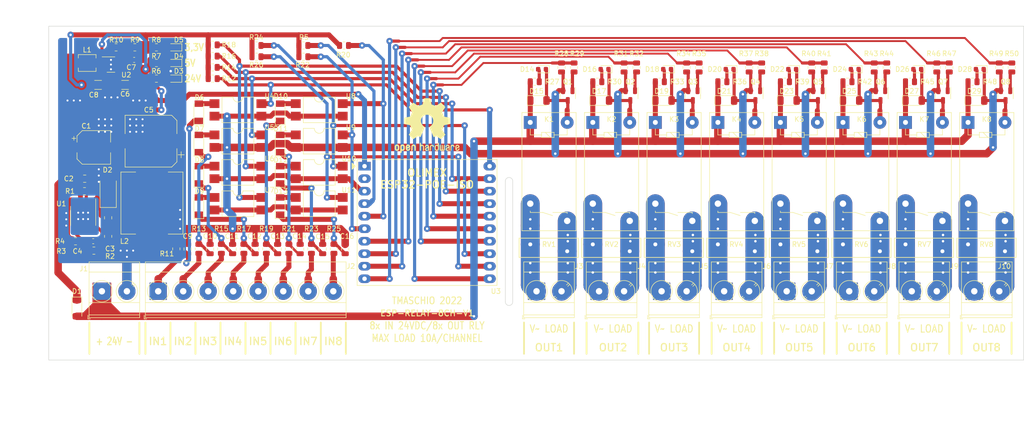
<source format=kicad_pcb>
(kicad_pcb (version 20211014) (generator pcbnew)
  (title_block (title "ESP 8 Relay Module"))
  (layers (0 "F.Cu" signal) (31 "B.Cu" signal) (34 "B.Paste" user) (35 "F.Paste" user) (36 "B.SilkS" user "B.Silkscreen") (37 "F.SilkS" user "F.Silkscreen") (38 "B.Mask" user) (39 "F.Mask" user) (44 "Edge.Cuts" user))
  (net 0 "")
  (net 1 "GNDREF")
  (net 2 "+24V")
  (net 3 "+5V")
  (net 4 "IN1")
  (net 5 "IN2")
  (net 6 "IN3")
  (net 7 "IN4")
  (net 8 "IN5")
  (net 9 "IN6")
  (net 10 "Net-(C3-Pad2)")
  (net 11 "Net-(C4-Pad2)")
  (net 12 "Net-(C7-Pad2)")
  (net 13 "Net-(J2-Pad2)")
  (net 14 "Net-(J2-Pad1)")
  (net 15 "OUT1")
  (net 16 "OUT2")
  (net 17 "OUT3")
  (net 18 "OUT4")
  (net 19 "OUT5")
  (net 20 "OUT6")
  (net 21 "Net-(C3-Pad1)")
  (net 22 "Net-(C11-Pad1)")
  (net 23 "Net-(C12-Pad1)")
  (net 24 "Net-(Q1-Pad1)")
  (net 25 "Net-(Q2-Pad1)")
  (net 26 "Net-(Q3-Pad1)")
  (net 27 "Net-(Q4-Pad1)")
  (net 28 "Net-(Q5-Pad1)")
  (net 29 "Net-(Q6-Pad1)")
  (net 30 "Net-(C13-Pad1)")
  (net 31 "Net-(C15-Pad1)")
  (net 32 "Net-(C16-Pad1)")
  (net 33 "Net-(R6-Pad2)")
  (net 34 "Net-(R7-Pad2)")
  (net 35 "Net-(C9-Pad1)")
  (net 36 "Net-(R8-Pad2)")
  (net 37 "Net-(D6-Pad2)")
  (net 38 "Net-(D7-Pad2)")
  (net 39 "Net-(D8-Pad2)")
  (net 40 "Net-(D9-Pad2)")
  (net 41 "Net-(C10-Pad1)")
  (net 42 "Net-(D11-Pad2)")
  (net 43 "Net-(D13-Pad2)")
  (net 44 "+3.3V")
  (net 45 "Net-(D10-Pad2)")
  (net 46 "Net-(D16-Pad1)")
  (net 47 "Net-(D16-Pad2)")
  (net 48 "Net-(D18-Pad1)")
  (net 49 "Net-(D18-Pad2)")
  (net 50 "Net-(D24-Pad1)")
  (net 51 "Net-(J3-Pad2)")
  (net 52 "Net-(J3-Pad1)")
  (net 53 "Net-(J4-Pad2)")
  (net 54 "Net-(J4-Pad1)")
  (net 55 "Net-(J5-Pad1)")
  (net 56 "Net-(J5-Pad2)")
  (net 57 "Net-(J6-Pad2)")
  (net 58 "Net-(J6-Pad1)")
  (net 59 "Net-(J7-Pad1)")
  (net 60 "Net-(J7-Pad2)")
  (net 61 "Net-(C14-Pad1)")
  (net 62 "Net-(D24-Pad2)")
  (net 63 "+VReg")
  (net 64 "Net-(D26-Pad1)")
  (net 65 "Net-(D12-Pad2)")
  (net 66 "Net-(D14-Pad1)")
  (net 67 "Net-(D14-Pad2)")
  (net 68 "Net-(D20-Pad1)")
  (net 69 "Net-(D20-Pad2)")
  (net 70 "Net-(D22-Pad1)")
  (net 71 "Net-(D22-Pad2)")
  (net 72 "Net-(D28-Pad2)")
  (net 73 "Net-(J2-Pad3)")
  (net 74 "Net-(J2-Pad4)")
  (net 75 "Net-(J2-Pad5)")
  (net 76 "Net-(J2-Pad6)")
  (net 77 "Net-(J2-Pad7)")
  (net 78 "Net-(J2-Pad8)")
  (net 79 "Net-(J8-Pad1)")
  (net 80 "Net-(J8-Pad2)")
  (net 81 "Net-(J9-Pad1)")
  (net 82 "Net-(J9-Pad2)")
  (net 83 "Net-(J10-Pad1)")
  (net 84 "Net-(J10-Pad2)")
  (net 85 "Net-(L1-Pad1)")
  (net 86 "Net-(Q7-Pad1)")
  (net 87 "Net-(Q8-Pad1)")
  (net 88 "Net-(D26-Pad2)")
  (net 89 "IN7")
  (net 90 "IN8")
  (net 91 "Net-(D28-Pad1)")
  (net 92 "OUT7")
  (net 93 "Net-(R1-Pad2)")
  (net 94 "OUT8")
  (net 95 "Net-(R2-Pad2)")
  (net 96 "Net-(R5-Pad2)")
  (footprint "Tales:TerminalBlock_Phoenix_MKDS-3-2-5.08_1x02_P5.08mm_Horizontal" (layer "F.Cu") (at 163.83 118.11)
    (fp_text reference "J3")
    (fp_text value "OUT1")
  )
  (footprint "Tales:Relay_SPST_Omron-G5PZ-1A" (layer "F.Cu") (at 162.56 83.82 -90)
    (fp_text reference "K1")
    (fp_text value "G5PZ-1A")
  )
  (footprint "Tales:RV_Disc_D12mm_W3.9mm_P7.5mm" (layer "F.Cu") (at 162.56 108.585)
    (fp_text reference "RV1")
    (fp_text value "250VAC")
  )
  (footprint "Tales:TerminalBlock_Phoenix_MKDS-3-2-5.08_1x02_P5.08mm_Horizontal" (layer "F.Cu") (at 214.63 118.11)
    (fp_text reference "J7")
    (fp_text value "OUT5")
  )
  (footprint "Tales:TerminalBlock_Phoenix_MKDS-3-2-5.08_1x02_P5.08mm_Horizontal" (layer "F.Cu") (at 176.53 118.11)
    (fp_text reference "J4")
    (fp_text value "OUT2")
  )
  (footprint "Tales:TerminalBlock_Phoenix_MKDS-3-2-5.08_1x02_P5.08mm_Horizontal" (layer "F.Cu") (at 227.33 118.11)
    (fp_text reference "J8")
    (fp_text value "OUT6")
  )
  (footprint "Tales:TerminalBlock_Phoenix_MKDS-3-2-5.08_1x02_P5.08mm_Horizontal" (layer "F.Cu") (at 189.23 118.11)
    (fp_text reference "J5")
    (fp_text value "OUT3")
  )
  (footprint "Tales:TerminalBlock_Phoenix_MKDS-3-2-5.08_1x02_P5.08mm_Horizontal" (layer "F.Cu") (at 240.03 118.11)
    (fp_text reference "J9")
    (fp_text value "OUT7")
  )
  (footprint "Tales:Relay_SPST_Omron-G5PZ-1A" (layer "F.Cu") (at 213.36 83.82 -90)
    (fp_text reference "K5")
    (fp_text value "G5PZ-1A")
  )
  (footprint "Tales:Relay_SPST_Omron-G5PZ-1A" (layer "F.Cu") (at 175.26 83.82 -90)
    (fp_text reference "K2")
    (fp_text value "G5PZ-1A")
  )
  (footprint "Tales:Relay_SPST_Omron-G5PZ-1A" (layer "F.Cu") (at 226.06 83.82 -90)
    (fp_text reference "K6")
    (fp_text value "G5PZ-1A")
  )
  (footprint "Tales:Relay_SPST_Omron-G5PZ-1A" (layer "F.Cu") (at 187.96 83.82 -90)
    (fp_text reference "K3")
    (fp_text value "G5PZ-1A")
  )
  (footprint "Tales:Relay_SPST_Omron-G5PZ-1A" (layer "F.Cu") (at 238.76 83.82 -90)
    (fp_text reference "K7")
    (fp_text value "G5PZ-1A")
  )
  (footprint "Tales:RV_Disc_D12mm_W3.9mm_P7.5mm" (layer "F.Cu") (at 213.36 108.585)
    (fp_text reference "RV5")
    (fp_text value "250VAC")
  )
  (footprint "Tales:RV_Disc_D12mm_W3.9mm_P7.5mm" (layer "F.Cu") (at 175.26 108.585)
    (fp_text reference "RV2")
    (fp_text value "250VAC")
  )
  (footprint "Tales:RV_Disc_D12mm_W3.9mm_P7.5mm" (layer "F.Cu") (at 226.06 108.585)
    (fp_text reference "RV6")
    (fp_text value "250VAC")
  )
  (footprint "Tales:RV_Disc_D12mm_W3.9mm_P7.5mm" (layer "F.Cu") (at 187.96 108.585)
    (fp_text reference "RV3")
    (fp_text value "250VAC")
  )
  (footprint "Tales:RV_Disc_D12mm_W3.9mm_P7.5mm" (layer "F.Cu") (at 238.76 108.585)
    (fp_text reference "RV7")
    (fp_text value "250VAC")
  )
  (footprint "Tales:D_SOD-123" (layer "F.Cu") (at 164.21 79.375)
    (fp_text reference "D15")
    (fp_text value "1N4148/SOD-123")
  )
  (footprint "Tales:Olimex_ESP32-POE_Pads" (layer "F.Cu") (at 128.905 92.71)
    (fp_text reference "U3")
    (fp_text value "Olimex_ESP32-POE")
  )
  (footprint "Tales:LED_0603_1608Metric" (layer "F.Cu") (at 164.9475 73.025 180)
    (fp_text reference "D14")
    (fp_text value "BLUE/0603")
  )
  (footprint "Tales:LED_0603_1608Metric" (layer "F.Cu") (at 215.7475 73.025 180)
    (fp_text reference "D22")
    (fp_text value "BLUE/0603")
  )
  (footprint "Tales:D_SOD-123" (layer "F.Cu") (at 215.01 79.375)
    (fp_text reference "D23")
    (fp_text value "1N4148/SOD-123")
  )
  (footprint "Tales:LED_0603_1608Metric" (layer "F.Cu") (at 177.6475 73.025 180)
    (fp_text reference "D16")
    (fp_text value "BLUE/0603")
  )
  (footprint "Tales:D_SOD-123" (layer "F.Cu") (at 176.91 79.375)
    (fp_text reference "D17")
    (fp_text value "1N4148/SOD-123")
  )
  (footprint "Tales:LED_0603_1608Metric" (layer "F.Cu") (at 228.4475 73.025 180)
    (fp_text reference "D24")
    (fp_text value "BLUE/0603")
  )
  (footprint "Tales:D_SOD-123" (layer "F.Cu") (at 227.71 79.375)
    (fp_text reference "D25")
    (fp_text value "1N4148/SOD-123")
  )
  (footprint "Tales:LED_0603_1608Metric" (layer "F.Cu") (at 190.3475 73.025 180)
    (fp_text reference "D18")
    (fp_text value "BLUE/0603")
  )
  (footprint "Tales:D_SOD-123" (layer "F.Cu") (at 189.61 79.375)
    (fp_text reference "D19")
    (fp_text value "1N4148/SOD-123")
  )
  (footprint "Tales:LED_0603_1608Metric" (layer "F.Cu") (at 241.1475 73.025 180)
    (fp_text reference "D26")
    (fp_text value "BLUE/0603")
  )
  (footprint "Tales:D_SOD-123" (layer "F.Cu") (at 240.41 79.375)
    (fp_text reference "D27")
    (fp_text value "1N4148/SOD-123")
  )
  (footprint "Tales:R_0805_2012Metric" (layer "F.Cu") (at 214.2725 75.565)
    (fp_text reference "R39")
    (fp_text value "4k7/0,125W/0805")
  )
  (footprint "Tales:R_0805_2012Metric" (layer "F.Cu") (at 176.1725 75.565)
    (fp_text reference "R30")
    (fp_text value "4k7/0,125W/0805")
  )
  (footprint "Tales:R_0805_2012Metric" (layer "F.Cu") (at 226.9725 75.565)
    (fp_text reference "R42")
    (fp_text value "4k7/0,125W/0805")
  )
  (footprint "Tales:R_0805_2012Metric" (layer "F.Cu") (at 188.8725 75.565)
    (fp_text reference "R33")
    (fp_text value "4k7/0,125W/0805")
  )
  (footprint "Tales:R_0805_2012Metric" (layer "F.Cu") (at 239.6725 75.565)
    (fp_text reference "R45")
    (fp_text value "4k7/0,125W/0805")
  )
  (footprint "Tales:R_0805_2012Metric" (layer "F.Cu") (at 171.45 72.6675 90)
    (fp_text reference "R29")
    (fp_text value "1k/0,125W/0805")
  )
  (footprint "Tales:R_0805_2012Metric" (layer "F.Cu") (at 222.25 72.6675 90)
    (fp_text reference "R41")
    (fp_text value "1k/0,125W/0805")
  )
  (footprint "Tales:R_0805_2012Metric" (layer "F.Cu") (at 184.15 72.6675 90)
    (fp_text reference "R32")
    (fp_text value "1k/0,125W/0805")
  )
  (footprint "Tales:R_0805_2012Metric" (layer "F.Cu") (at 234.95 72.6675 90)
    (fp_text reference "R44")
    (fp_text value "1k/0,125W/0805")
  )
  (footprint "Tales:R_0805_2012Metric" (layer "F.Cu") (at 196.85 72.6675 90)
    (fp_text reference "R35")
    (fp_text value "1k/0,125W/0805")
  )
  (footprint "Tales:R_0805_2012Metric" (layer "F.Cu") (at 247.65 72.6675 90)
    (fp_text reference "R47")
    (fp_text value "1k/0,125W/0805")
  )
  (footprint "Tales:R_0805_2012Metric" (layer "F.Cu") (at 163.4725 75.565)
    (fp_text reference "R27")
    (fp_text value "4k7/0,125W/0805")
  )
  (footprint "Tales:SOT-23" (layer "F.Cu") (at 233.68 78.375 -90)
    (fp_text reference "Q6")
    (fp_text value "MMBT2222A/SOT-23-3")
  )
  (footprint "Tales:D_MiniMELF" (layer "F.Cu") (at 111.765 100.81 90)
    (fp_text reference "D13")
    (fp_text value "9V1/500mW")
  )
  (footprint "Symbol:OSHW-Logo2_14.6x12mm_SilkScreen" (layer "F.Cu") (at 141.605 84.455)
    (fp_text reference "LOGO1" hide)
    (fp_text value "Logo_Open_Hardware_Large" hide)
  )
  (footprint "Tales:RV_Disc_D12mm_W3.9mm_P7.5mm" (layer "F.Cu") (at 251.46 108.585)
    (fp_text reference "RV8")
    (fp_text value "250VAC")
  )
  (footprint "Tales:R_0805_2012Metric" (layer "F.Cu") (at 95.255 109.4975 -90)
    (fp_text reference "R13")
    (fp_text value "1k2/0,125W/0805")
  )
  (footprint "Tales:R_0805_2012Metric" (layer "F.Cu") (at 106.9625 70.485)
    (fp_text reference "R26")
    (fp_text value "3k3/0,125W/0805")
  )
  (footprint "Tales:D_MiniMELF" (layer "F.Cu") (at 95.255 81.76 90)
    (fp_text reference "D6")
    (fp_text value "9V1/500mW")
  )
  (footprint "Tales:C_0805_2012Metric" (layer "F.Cu") (at 111.257 109.535 90)
    (fp_text reference "C13")
    (fp_text value "33nF/50V/0805")
  )
  (footprint "Tales:C_0603_1608Metric" (layer "F.Cu") (at 82.1225 71.12 180)
    (fp_text reference "C7")
    (fp_text value "22pF/50V/0603")
  )
  (footprint "Tales:C_0603_1608Metric" (layer "F.Cu") (at 73.805 107.95 180)
    (fp_text reference "C4")
    (fp_text value "12pF/50V/0603")
  )
  (footprint "Tales:SOIC-8-1EP_3.9x4.9mm_P1.27mm_EP2.29x3mm_ThermalVias" (layer "F.Cu") (at 71.76 102.805 -90)
    (fp_text reference "U1")
    (fp_text value "TX4138")
  )
  (footprint "Tales:R_0805_2012Metric" (layer "F.Cu") (at 181.61 72.6675 -90)
    (fp_text reference "R31")
    (fp_text value "10k/0,125W/0805")
  )
  (footprint "Tales:LED_0603_1608Metric" (layer "F.Cu") (at 90.3225 68.58 180)
    (fp_text reference "D5")
    (fp_text value "BLUE/0603")
  )
  (footprint "Tales:LED_0603_1608Metric" (layer "F.Cu") (at 203.0475 73.025 180)
    (fp_text reference "D20")
    (fp_text value "BLUE/0603")
  )
  (footprint "Tales:R_0805_2012Metric" (layer "F.Cu") (at 106.9625 68.199)
    (fp_text reference "R24")
    (fp_text value "3k3/0,125W/0805")
  )
  (footprint "Tales:R_0805_2012Metric" (layer "F.Cu") (at 98.0725 74.93)
    (fp_text reference "R12")
    (fp_text value "3k3/0,125W/0805")
  )
  (footprint "Tales:R_0805_2012Metric" (layer "F.Cu") (at 73.9425 109.855 180)
    (fp_text reference "R3")
    (fp_text value "300k/0,125W/0805")
  )
  (footprint "Tales:D_MiniMELF" (layer "F.Cu") (at 95.255 88.11 90)
    (fp_text reference "D7")
    (fp_text value "9V1/500mW")
  )
  (footprint "Tales:R_0805_2012Metric" (layer "F.Cu") (at 118.115 109.4975 -90)
    (fp_text reference "R23")
    (fp_text value "1k2/0,125W/0805")
  )
  (footprint "Tales:D_MiniMELF" (layer "F.Cu") (at 111.765 94.46 90)
    (fp_text reference "D12")
    (fp_text value "9V1/500mW")
  )
  (footprint "Tales:R_0805_2012Metric" (layer "F.Cu") (at 78.45 68.58 180)
    (fp_text reference "R10")
    (fp_text value "22,1k/0,125W/0805")
  )
  (footprint "Tales:TerminalBlock_Phoenix_MKDS-3-2-5.08_1x02_P5.08mm_Horizontal" (layer "F.Cu") (at 75.565 118.11)
    (fp_text reference "J1")
    (fp_text value "+24VDC")
  )
  (footprint "Tales:C_0805_2012Metric" (layer "F.Cu") (at 102.113 109.535 90)
    (fp_text reference "C11")
    (fp_text value "33nF/50V/0805")
  )
  (footprint "Tales:R_0805_2012Metric" (layer "F.Cu") (at 104.399 109.4975 -90)
    (fp_text reference "R17")
    (fp_text value "1k2/0,125W/0805")
  )
  (footprint "Tales:R_0805_2012Metric" (layer "F.Cu") (at 219.71 72.6675 -90)
    (fp_text reference "R40")
    (fp_text value "10k/0,125W/0805")
  )
  (footprint "Tales:R_0805_2012Metric" (layer "F.Cu") (at 72.0375 97.79)
    (fp_text reference "R1")
    (fp_text value "30mR/0,250W/0805")
  )
  (footprint "Tales:D_SOD-123" (layer "F.Cu") (at 253.11 79.375)
    (fp_text reference "D29")
    (fp_text value "1N4148/SOD-123")
  )
  (footprint "Tales:LED_0603_1608Metric" (layer "F.Cu") (at 253.8475 73.025 180)
    (fp_text reference "D28")
    (fp_text value "BLUE/0603")
  )
  (footprint "Tales:D_MiniMELF" (layer "F.Cu") (at 111.765 88.11 90)
    (fp_text reference "D11")
    (fp_text value "9V1/500mW")
  )
  (footprint "Tales:R_0805_2012Metric" (layer "F.Cu") (at 98.0725 72.644)
    (fp_text reference "R14")
    (fp_text value "3k3/0,125W/0805")
  )
  (footprint "Tales:R_0805_2012Metric" (layer "F.Cu") (at 209.55 72.6675 90)
    (fp_text reference "R38")
    (fp_text value "1k/0,125W/0805")
  )
  (footprint "Tales:R_0805_2012Metric" (layer "F.Cu") (at 168.91 72.6675 -90)
    (fp_text reference "R28")
    (fp_text value "10k/0,125W/0805")
  )
  (footprint "Tales:C_1206_3216Metric" (layer "F.Cu") (at 80.2825 76.2 180)
    (fp_text reference "C6")
    (fp_text value "10uF/16V/1206")
  )
  (footprint "Package_DIP:SMDIP-4_W9.53mm" (layer "F.Cu") (at 103.195 93.98)
    (fp_text reference "U6")
    (fp_text value "LTV-817S")
  )
  (footprint "Tales:R_0805_2012Metric" (layer "F.Cu") (at 207.01 72.6675 -90)
    (fp_text reference "R37")
    (fp_text value "10k/0,125W/0805")
  )
  (footprint "Tales:TerminalBlock_Phoenix_MKDS-3-8-5.08_1x08_P5.08mm_Horizontal" (layer "F.Cu") (at 87 118.11)
    (fp_text reference "J2")
    (fp_text value "INPUTS")
  )
  (footprint "Tales:R_0805_2012Metric" (layer "F.Cu") (at 76.84 106.9575 -90)
    (fp_text reference "R2")
    (fp_text value "5R1/0,125W/0805")
  )
  (footprint "Tales:R_0805_2012Metric" (layer "F.Cu") (at 86.6425 68.58)
    (fp_text reference "R8")
    (fp_text value "330R/0,125W/0805")
  )
  (footprint "Tales:R_0805_2012Metric" (layer "F.Cu") (at 98.0725 70.358)
    (fp_text reference "R16")
    (fp_text value "3k3/0,125W/0805")
  )
  (footprint "Package_DIP:SMDIP-4_W9.53mm" (layer "F.Cu") (at 103.195 87.63)
    (fp_text reference "U5")
    (fp_text value "LTV-817S")
  )
  (footprint "Tales:R_0805_2012Metric" (layer "F.Cu") (at 86.6425 74.93)
    (fp_text reference "R6")
    (fp_text value "5k6/0,125W/0805")
  )
  (footprint "Package_DIP:SMDIP-4_W9.53mm" (layer "F.Cu") (at 119.705 100.33)
    (fp_text reference "U11")
    (fp_text value "LTV-817S")
  )
  (footprint "Tales:TerminalBlock_Phoenix_MKDS-3-2-5.08_1x02_P5.08mm_Horizontal" (layer "F.Cu") (at 252.73 118.11)
    (fp_text reference "J10")
    (fp_text value "OUT8")
  )
  (footprint "Tales:Relay_SPST_Omron-G5PZ-1A" (layer "F.Cu") (at 200.66 83.82 -90)
    (fp_text reference "K4")
    (fp_text value "G5PZ-1A")
  )
  (footprint "Tales:SOT-23" (layer "F.Cu") (at 195.58 78.375 -90)
    (fp_text reference "Q3")
    (fp_text value "MMBT2222A/SOT-23-3")
  )
  (footprint "Tales:R_0805_2012Metric" (layer "F.Cu") (at 245.115 72.6675 -90)
    (fp_text reference "R46")
    (fp_text value "10k/0,125W/0805")
  )
  (footprint "Tales:Relay_SPST_Omron-G5PZ-1A" (layer "F.Cu") (at 251.46 83.82 -90)
    (fp_text reference "K8")
    (fp_text value "G5PZ-1A")
  )
  (footprint "Tales:R_0805_2012Metric" (layer "F.Cu") (at 232.41 72.6675 -90)
    (fp_text reference "R43")
    (fp_text value "10k/0,125W/0805")
  )
  (footprint "Tales:SOT-23" (layer "F.Cu") (at 182.88 78.375 -90)
    (fp_text reference "Q2")
    (fp_text value "MMBT2222A/SOT-23-3")
  )
  (footprint "Tales:SOT-23" (layer "F.Cu") (at 246.38 78.375 -90)
    (fp_text reference "Q7")
    (fp_text value "MMBT2222A/SOT-23-3")
  )
  (footprint "Tales:D_SMA" (layer "F.Cu") (at 76.84 97.695 90)
    (fp_text reference "D2")
    (fp_text value "SS510")
  )
  (footprint "Tales:D_SOD-123" (layer "F.Cu") (at 202.31 79.375)
    (fp_text reference "D21")
    (fp_text value "1N4148/SOD-123")
  )
  (footprint "Tales:LED_0603_1608Metric" (layer "F.Cu") (at 90.3225 74.93 180)
    (fp_text reference "D3")
    (fp_text value "BLUE/0603")
  )
  (footprint "Tales:R_0805_2012Metric" (layer "F.Cu") (at 82.26 68.58 180)
    (fp_text reference "R9")
    (fp_text value "100k/0,125W/0805")
  )
  (footprint "Tales:C_1206_3216Metric" (layer "F.Cu") (at 74.7925 76.2)
    (fp_text reference "C8")
    (fp_text value "10uF/16V/1206")
  )
  (footprint "Tales:CP_Elec_10x10" (layer "F.Cu") (at 85.54 87.63 180)
    (fp_text reference "C5")
    (fp_text value "470uF/16V/10x10")
  )
  (footprint "Tales:R_0805_2012Metric" (layer "F.Cu") (at 194.31 72.6675 -90)
    (fp_text reference "R34")
    (fp_text value "10k/0,125W/0805")
  )
  (footprint "Tales:R_0805_2012Metric" (layer "F.Cu") (at 122.687 109.4975 -90)
    (fp_text reference "R25")
    (fp_text value "1k2/0,125W/0805")
  )
  (footprint "Tales:C_0805_2012Metric" (layer "F.Cu") (at 92.969 109.535 90)
    (fp_text reference "C9")
    (fp_text value "33nF/50V/0805")
  )
  (footprint "Tales:TerminalBlock_Phoenix_MKDS-3-2-5.08_1x02_P5.08mm_Horizontal" (layer "F.Cu") (at 201.93 118.11)
    (fp_text reference "J6")
    (fp_text value "OUT4")
  )
  (footprint "Package_DIP:SMDIP-4_W9.53mm" (layer "F.Cu") (at 119.705 87.63)
    (fp_text reference "U9")
    (fp_text value "LTV-817S")
  )
  (footprint "Tales:R_0805_2012Metric" (layer "F.Cu") (at 252.3725 75.565)
    (fp_text reference "R48")
    (fp_text value "4k7/0,125W/0805")
  )
  (footprint "Tales:TSOT-23-5" (layer "F.Cu") (at 77.405 72.07)
    (fp_text reference "U2")
    (fp_text value "SY8089A1AAC")
  )
  (footprint "Tales:SOT-23" (layer "F.Cu") (at 170.18 78.375 -90)
    (fp_text reference "Q1")
    (fp_text value "MMBT2222A/SOT-23-3")
  )
  (footprint "Tales:D_SOD-123" (layer "F.Cu") (at 70.49 121.54 -90)
    (fp_text reference "D1")
    (fp_text value "SM4007PL/SOD-123")
  )
  (footprint "Package_DIP:SMDIP-4_W9.53mm" (layer "F.Cu") (at 119.705 93.98)
    (fp_text reference "U10")
    (fp_text value "LTV-817S")
  )
  (footprint "Tales:RV_Disc_D12mm_W3.9mm_P7.5mm" (layer "F.Cu") (at 200.66 108.585)
    (fp_text reference "RV4")
    (fp_text value "250VAC")
  )
  (footprint "Tales:R_0805_2012Metric" (layer "F.Cu") (at 99.827 109.4975 -90)
    (fp_text reference "R15")
    (fp_text value "1k2/0,125W/0805")
  )
  (footprint "Tales:R_0805_2012Metric" (layer "F.Cu") (at 124.7425 68.199)
    (fp_text reference "R20")
    (fp_text value "3k3/0,125W/0805")
  )
  (footprint "Tales:SOT-23" (layer "F.Cu") (at 220.98 78.375 -90)
    (fp_text reference "Q5")
    (fp_text value "MMBT2222A/SOT-23-3")
  )
  (footprint "Package_DIP:SMDIP-4_W9.53mm" (layer "F.Cu") (at 103.195 81.28)
    (fp_text reference "U4")
    (fp_text value "LTV-817S")
  )
  (footprint "Tales:R_0805_2012Metric" (layer "F.Cu") (at 201.5725 75.565)
    (fp_text reference "R36")
    (fp_text value "4k7/0,125W/0805")
  )
  (footprint "Tales:C_0805_2012Metric" (layer "F.Cu") (at 76.84 103.19 90)
    (fp_text reference "C3")
    (fp_text value "0,1uF/50V/0805")
  )
  (footprint "Tales:C_0805_2012Metric" (layer "F.Cu") (at 97.541 109.535 90)
    (fp_text reference "C10")
    (fp_text value "33nF/50V/0805")
  )
  (footprint "Tales:C_0805_2012Metric" (layer "F.Cu") (at 106.685 109.535 90)
    (fp_text reference "C12")
    (fp_text value "33nF/50V/0805")
  )
  (footprint "Tales:C_0805_2012Metric" (layer "F.Cu") (at 124.973 109.535 90)
    (fp_text reference "C16")
    (fp_text value "33nF/50V/0805")
  )
  (footprint "Tales:C_0805_2012Metric" (layer "F.Cu") (at 72.075 95.25)
    (fp_text reference "C2")
    (fp_text value "0,1uF/50V/0805")
  )
  (footprint "Tales:R_0805_2012Metric" (layer "F.Cu") (at 116.4875 68.199)
    (fp_text reference "R5")
    (fp_text value "4k7/0,125W/0805")
  )
  (footprint "Tales:D_MiniMELF" (layer "F.Cu") (at 95.255 94.46 90)
    (fp_text reference "D8")
    (fp_text value "9V1/500mW")
  )
  (footprint "Tales:R_0805_2012Metric" (layer "F.Cu") (at 116.4875 70.485)
    (fp_text reference "R22")
    (fp_text value "3k3/0,125W/0805")
  )
  (footprint "Tales:R_0805_2012Metric" (layer "F.Cu") (at 113.543 109.4975 -90)
    (fp_text reference "R21")
    (fp_text value "1k2/0,125W/0805")
  )
  (footprint "Package_DIP:SMDIP-4_W9.53mm" (layer "F.Cu") (at 103.195 100.33)
    (fp_text reference "U7")
    (fp_text value "LTV-817S")
  )
  (footprint "Tales:C_0805_2012Metric" (layer "F.Cu") (at 115.829 109.535 90)
    (fp_text reference "C14")
    (fp_text value "33nF/50V/0805")
  )
  (footprint "Tales:LED_0603_1608Metric" (layer "F.Cu") (at 90.3225 71.755 180)
    (fp_text reference "D4")
    (fp_text value "BLUE/0603")
  )
  (footprint "Tales:R_0805_2012Metric" (layer "F.Cu") (at 98.0725 68.072)
    (fp_text reference "R18")
    (fp_text value "3k3/0,125W/0805")
  )
  (footprint "Tales:R_0805_2012Metric" (layer "F.Cu") (at 86.6425 71.755)
    (fp_text reference "R7")
    (fp_text value "820R/0,125W/0805")
  )
  (footprint "Tales:SOT-23" (layer "F.Cu") (at 259.08 78.375 -90)
    (fp_text reference "Q8")
    (fp_text value "MMBT2222A/SOT-23-3")
  )
  (footprint "Tales:R_0805_2012Metric" (layer "F.Cu") (at 260.35 72.6675 90)
    (fp_text reference "R50")
    (fp_text value "1k/0,125W/0805")
  )
  (footprint "Tales:CP_Elec_6.3x5.4" (layer "F.Cu") (at 73.925 88.9)
    (fp_text reference "C1")
    (fp_text value "47uF/35V/6,3x5,4")
  )
  (footprint "Package_DIP:SMDIP-4_W9.53mm" (layer "F.Cu") (at 119.705 81.28)
    (fp_text reference "U8")
    (fp_text value "LTV-817S")
  )
  (footprint "Tales:R_0805_2012Metric" (layer "F.Cu") (at 108.971 109.4975 -90)
    (fp_text reference "R19")
    (fp_text value "1k2/0,125W/0805")
  )
  (footprint "Tales:R_0805_2012Metric" (layer "F.Cu") (at 90.683 109.4975 -90)
    (fp_text reference "R11")
    (fp_text value "1k2/0,125W/0805")
  )
  (footprint "Tales:D_MiniMELF" (layer "F.Cu") (at 111.765 81.76 90)
    (fp_text reference "D10")
    (fp_text value "9V1/500mW")
  )
  (footprint "Tales:R_0805_2012Metric" (layer "F.Cu") (at 257.81 72.6675 -90)
    (fp_text reference "R49")
    (fp_text value "10k/0,125W/0805")
  )
  (footprint "Tales:R_0805_2012Metric" (layer "F.Cu") (at 70.2125 107.95 180)
    (fp_text reference "R4")
    (fp_text value "57,6k/0,125W/0805")
  )
  (footprint "Tales:C_0805_2012Metric" (layer "F.Cu") (at 120.401 109.535 90)
    (fp_text reference "C15")
    (fp_text value "33nF/50V/0805")
  )
  (footprint "Tales:L_3x3_H1.5" (layer "F.Cu") (at 72.5775 71.755 180)
    (fp_text reference "L1")
    (fp_text value "2,2uH 1,5A")
  )
  (footprint "Tales:D_MiniMELF" (layer "F.Cu") (at 95.255 100.81 90)
    (fp_text reference "D9")
    (fp_text value "9V1/500mW")
  )
  (footprint "Tales:L_12x12mm_H6mm" (layer "F.Cu") (at 85.73 100.2 90)
    (fp_text reference "L2")
    (fp_text value "33uH 2,1A")
  )
  (footprint "Tales:SOT-23" (layer "F.Cu") (at 208.28 78.375 -90)
    (fp_text reference "Q4")
    (fp_text value "MMBT2222A/SOT-23-3")
  )
  (gr_line (start 83.19 124.46) (end 83.19 130.81) (layer "F.SilkS") (width 0.35))
  (gr_line (start 250.14 124.46) (end 250.14 130.81) (layer "F.SilkS") (width 0.35))
  (gr_line (start 196.85 124.46) (end 196.85 130.81) (layer "F.SilkS") (width 0.35))
  (gr_line (start 171.45 124.46) (end 171.45 130.81) (layer "F.SilkS") (width 0.35))
  (gr_line (start 84.41 124.46) (end 84.41 130.81) (layer "F.SilkS") (width 0.35))
  (gr_line (start 222.25 124.46) (end 222.25 130.81) (layer "F.SilkS") (width 0.35))
  (gr_line (start 234.95 124.46) (end 234.95 130.81) (layer "F.SilkS") (width 0.35))
  (gr_line (start 89.49 124.46) (end 89.49 130.81) (layer "F.SilkS") (width 0.35))
  (gr_line (start 209.55 124.46) (end 209.55 130.81) (layer "F.SilkS") (width 0.35))
  (gr_line (start 94.57 124.46) (end 94.57 130.81) (layer "F.SilkS") (width 0.35))
  (gr_line (start 184.51 124.46) (end 184.51 130.81) (layer "F.SilkS") (width 0.35))
  (gr_line (start 99.65 124.46) (end 99.65 130.81) (layer "F.SilkS") (width 0.35))
  (gr_line (start 173.99 124.46) (end 173.99 130.81) (layer "F.SilkS") (width 0.35))
  (gr_line (start 114.89 124.46) (end 114.89 130.81) (layer "F.SilkS") (width 0.35))
  (gr_line (start 125.1 124.46) (end 125.1 130.81) (layer "F.SilkS") (width 0.35))
  (gr_line (start 104.73 124.46) (end 104.73 130.81) (layer "F.SilkS") (width 0.35))
  (gr_line (start 260.3 124.46) (end 260.3 130.81) (layer "F.SilkS") (width 0.35))
  (gr_line (start 199.39 124.46) (end 199.39 130.81) (layer "F.SilkS") (width 0.35))
  (gr_line (start 73.03 124.46) (end 73.03 130.81) (layer "F.SilkS") (width 0.35))
  (gr_line (start 120.02 124.46) (end 120.02 130.81) (layer "F.SilkS") (width 0.35))
  (gr_line (start 186.69 124.46) (end 186.69 130.81) (layer "F.SilkS") (width 0.35))
  (gr_line (start 212.09 124.46) (end 212.09 130.81) (layer "F.SilkS") (width 0.35))
  (gr_line (start 109.81 124.46) (end 109.81 130.81) (layer "F.SilkS") (width 0.35))
  (gr_line (start 247.65 124.46) (end 247.65 130.81) (layer "F.SilkS") (width 0.35))
  (gr_line (start 161.29 124.46) (end 161.29 130.81) (layer "F.SilkS") (width 0.35))
  (gr_line (start 224.79 124.46) (end 224.79 130.81) (layer "F.SilkS") (width 0.35))
  (gr_line (start 237.49 124.46) (end 237.49 130.81) (layer "F.SilkS") (width 0.35))
  (gr_arc (start 157.5 95.75) (mid 158.25 95) (end 159 95.75) (layer "Edge.Cuts") (width 0.1))
  (gr_rect (start 64.77 64.28) (end 262.77 132.08) (layer "Edge.Cuts") (width 0.1) (fill none))
  (gr_line (start 159 120.25) (end 159 95.75) (layer "Edge.Cuts") (width 0.1))
  (gr_line (start 157.5 95.75) (end 157.5 120.25) (layer "Edge.Cuts") (width 0.1))
  (gr_arc (start 159 120.25) (mid 158.25 121) (end 157.5 120.25) (layer "Edge.Cuts") (width 0.1))
  (gr_text "OUT2" (at 179.37 129.54) (layer "F.SilkS") (effects (font (size 1.5 1.5) (thickness 0.25))))
  (gr_text "OUT1" (at 166.37 129.54) (layer "F.SilkS") (effects (font (size 1.5 1.5) (thickness 0.25))))
  (gr_text "OUT3" (at 191.77 129.54) (layer "F.SilkS") (effects (font (size 1.5 1.5) (thickness 0.25))))
  (gr_text "24V" (at 92.202 74.93) (layer "F.SilkS") (effects (font (size 1.4 1.2) (thickness 0.25)) (justify left)))
  (gr_text "OUT5" (at 217.17 129.54) (layer "F.SilkS") (effects (font (size 1.5 1.5) (thickness 0.25))))
  (gr_text "OUT4" (at 204.47 129.54) (layer "F.SilkS") (effects (font (size 1.5 1.5) (thickness 0.25))))
  (gr_text "OUT6" (at 229.87 129.54) (layer "F.SilkS") (effects (font (size 1.5 1.5) (thickness 0.25))))
  (gr_text "3,3V" (at 92.202 68.58) (layer "F.SilkS") (effects (font (size 1.4 1.2) (thickness 0.25)) (justify left)))
  (gr_text "+ 24V -" (at 78.11 128.27) (layer "F.SilkS") (effects (font (size 1.5 1.1) (thickness 0.25))))
  (gr_text "V~ LOAD" (at 229.87 125.73) (layer "F.SilkS") (effects (font (size 1.5 1.3) (thickness 0.2))))
  (gr_text "IN5" (at 107.27 128.27) (layer "F.SilkS") (effects (font (size 1.5 1.5) (thickness 0.25))))
  (gr_text "V~ LOAD" (at 242.57 125.73) (layer "F.SilkS") (effects (font (size 1.5 1.3) (thickness 0.2))))
  (gr_text "IN8" (at 122.56 128.27) (layer "F.SilkS") (effects (font (size 1.5 1.5) (thickness 0.25))))
  (gr_text "OUT8" (at 255.22 129.54) (layer "F.SilkS") (effects (font (size 1.5 1.5) (thickness 0.25))))
  (gr_text "V~ LOAD" (at 217.17 125.73) (layer "F.SilkS") (effects (font (size 1.5 1.3) (thickness 0.2))))
  (gr_text "ESP-RELAY-8CH-V1" (at 141.605 122.555) (layer "F.SilkS") (effects (font (size 1.2 1.2) (thickness 0.2))))
  (gr_text "IN4" (at 102.19 128.27) (layer "F.SilkS") (effects (font (size 1.5 1.5) (thickness 0.25))))
  (gr_text "MAX LOAD 10A/CHANNEL" (at 141.605 127.635) (layer "F.SilkS") (effects (font (size 1.5 1.2) (thickness 0.2))))
  (gr_text "8x IN 24VDC/8x OUT RLY" (at 141.605 125.095) (layer "F.SilkS") (effects (font (size 1.5 1.2) (thickness 0.2))))
  (gr_text "V~ LOAD" (at 255.22 125.73) (layer "F.SilkS") (effects (font (size 1.5 1.3) (thickness 0.2))))
  (gr_text "OUT7" (at 242.57 129.54) (layer "F.SilkS") (effects (font (size 1.5 1.5) (thickness 0.25))))
  (gr_text "V~ LOAD" (at 179.37 125.73) (layer "F.SilkS") (effects (font (size 1.5 1.3) (thickness 0.2))))
  (gr_text "IN6" (at 112.35 128.27) (layer "F.SilkS") (effects (font (size 1.5 1.5) (thickness 0.25))))
  (gr_text "IN7" (at 117.48 128.27) (layer "F.SilkS") (effects (font (size 1.5 1.5) (thickness 0.25))))
  (gr_text "IN3" (at 97.11 128.27) (layer "F.SilkS") (effects (font (size 1.5 1.5) (thickness 0.25))))
  (gr_text "OLIMEX\nESP32-POE-ISO" (at 141.605 95.25) (layer "F.SilkS") (effects (font (size 1.5 1.5) (thickness 0.25))))
  (gr_text "5V" (at 92.202 71.755) (layer "F.SilkS") (effects (font (size 1.4 1.2) (thickness 0.25)) (justify left)))
  (gr_text "V~ LOAD" (at 204.47 125.73) (layer "F.SilkS") (effects (font (size 1.5 1.3) (thickness 0.2))))
  (gr_text "TMASCHIO 2022" (at 141.605 120.015) (layer "F.SilkS") (effects (font (size 1.4 1.2) (thickness 0.2))))
  (gr_text "V~ LOAD" (at 166.37 125.73) (layer "F.SilkS") (effects (font (size 1.5 1.3) (thickness 0.2))))
  (gr_text "IN2" (at 92.03 128.27) (layer "F.SilkS") (effects (font (size 1.5 1.5) (thickness 0.25))))
  (gr_text "V~ LOAD" (at 191.77 125.73) (layer "F.SilkS") (effects (font (size 1.5 1.3) (thickness 0.2))))
  (gr_text "IN1" (at 86.95 128.27) (layer "F.SilkS") (effects (font (size 1.5 1.5) (thickness 0.25))))
  (segment (start 123.957 105.41) (end 106.685 105.41) (width 1.524) (layer "F.Cu") (net 1))
  (segment (start 218.44 90.17) (end 231.14 90.17) (width 1.524) (layer "F.Cu") (net 1))
  (segment (start 113.03 100.965) (end 113.665 101.6) (width 1.016) (layer "F.Cu") (net 1))
  (segment (start 219.17 77.375) (end 218.44 78.105) (width 1.016) (layer "F.Cu") (net 1))
  (segment (start 207.33 77.375) (end 206.47 77.375) (width 1.016) (layer "F.Cu") (net 1))
  (segment (start 113.665 101.6) (end 114.935 101.6) (width 1.016) (layer "F.Cu") (net 1))
  (segment (start 80.65 109.855) (end 81.92 109.855) (width 1.905) (layer "F.Cu") (net 1))
  (segment (start 258.13 77.375) (end 258.13 73.9) (width 0.635) (layer "F.Cu") (net 1))
  (segment (start 205.74 90.17) (end 218.44 90.17) (width 1.524) (layer "F.Cu") (net 1))
  (segment (start 91.115 71.755) (end 91.115 74.93) (width 0.635) (layer "F.Cu") (net 1))
  (segment (start 107.955 95.25) (end 109.855 95.25) (width 1.016) (layer "F.Cu") (net 1))
  (segment (start 245.43 77.375) (end 245.43 73.895) (width 0.635) (layer "F.Cu") (net 1))
  (segment (start 107.96 88.9) (end 109.733 88.9) (width 1.524) (layer "F.Cu") (net 1))
  (segment (start 255.27 90.17) (end 256.54 88.9) (width 1.524) (layer "F.Cu") (net 1))
  (segment (start 193.77 77.375) (end 193.04 78.105) (width 1.016) (layer "F.Cu") (net 1))
  (segment (start 181.07 77.375) (end 180.34 78.105) (width 1.016) (layer "F.Cu") (net 1))
  (segment (start 245.43 77.375) (end 244.57 77.375) (width 1.016) (layer "F.Cu") (net 1))
  (segment (start 111.257 108.585) (end 111.257 105.41) (width 1.016) (layer "F.Cu") (net 1))
  (segment (start 124.973 108.585) (end 124.973 106.426) (width 1.524) (layer "F.Cu") (net 1))
  (segment (start 97.541 108.585) (end 97.541 105.41) (width 1.016) (layer "F.Cu") (net 1))
  (segment (start 258.13 77.375) (end 257.27 77.375) (width 1.016) (layer "F.Cu") (net 1))
  (segment (start 113.035 81.915) (end 113.67 82.55) (width 1.016) (layer "F.Cu") (net 1))
  (segment (start 102.113 108.585) (end 102.113 105.41) (width 1.016) (layer "F.Cu") (net 1))
  (segment (start 107.96 82.55) (end 109.86 82.55) (width 1.016) (layer "F.Cu") (net 1))
  (segment (start 113.162 88.138) (end 113.924 88.9) (width 1.524) (layer "F.Cu") (net 1))
  (segment (start 194.63 77.375) (end 194.63 73.9) (width 0.635) (layer "F.Cu") (net 1))
  (segment (start 207.33 77.375) (end 207.33 73.9) (width 0.635) (layer "F.Cu") (net 1))
  (segment (start 181.93 77.375) (end 181.93 73.9) (width 0.635) (layer "F.Cu") (net 1))
  (segment (start 89.54 73.406) (end 91.1148 73.406) (width 0.635) (layer "F.Cu") (net 1))
  (segment (start 77.4105 71.12) (end 77.4105 68.707) (width 0.635) (layer "F.Cu") (net 1))
  (segment (start 115.829 108.585) (end 115.829 105.41) (width 1.016) (layer "F.Cu") (net 1))
  (segment (start 98.43 95.25) (end 100.97 95.25) (width 1.016) (layer "F.Cu") (net 1))
  (segment (start 91.445 101.6) (end 91.445 105.41) (width 1.524) (layer "F.Cu") (net 1))
  (segment (start 110.495 88.138) (end 113.162 88.138) (width 1.524) (layer "F.Cu") (net 1))
  (segment (start 113.924 88.9) (end 114.94 88.9) (width 1.524) (layer "F.Cu") (net 1))
  (segment (start 150.5 90.17) (end 149.23 88.9) (width 1.524) (layer "F.Cu") (net 1))
  (segment (start 110.49 100.965) (end 113.03 100.965) (width 1.016) (layer "F.Cu") (net 1))
  (segment (start 167.64 90.17) (end 150.495 90.17) (width 1.524) (layer "F.Cu") (net 1))
  (segment (start 76.205 72.07) (end 77.405 72.07) (width 0.635) (layer "F.Cu") (net 1))
  (segment (start 113.665 95.25) (end 114.935 95.25) (width 1.016) (layer "F.Cu") (net 1))
  (segment (start 100.97 88.9) (end 107.96 88.9) (width 1.524) (layer "F.Cu") (net 1))
  (segment (start 68.331 106.981) (end 69.3 107.95) (width 0.635) (layer "F.Cu") (net 1))
  (segment (start 106.685 108.585) (end 106.685 105.41) (width 1.016) (layer "F.Cu") (net 1))
  (segment (start 113.67 82.55) (end 114.94 82.55) (width 1.016) (layer "F.Cu") (net 1))
  (segment (start 92.969 105.41) (end 91.445 105.41) (width 1.524) (layer "F.Cu") (net 1))
  (segment (start 78.8075 76.2) (end 76.2675 76.2) (width 0.635) (layer "F.Cu") (net 1))
  (segment (start 120.401 108.585) (end 120.401 105.41) (width 1.016) (layer "F.Cu") (net 1))
  (segment (start 80.65 109.855) (end 79.38 109.855) (width 1.905) (layer "F.Cu") (net 1))
  (segment (start 100.97 95.25) (end 107.96 95.25) (width 1.016) (layer "F.Cu") (net 1))
  (segment (start 100.97 101.6) (end 107.96 101.6) (width 1.016) (layer "F.Cu") (net 1))
  (segment (start 167.64 90.17) (end 180.34 90.17) (width 1.524) (layer "F.Cu") (net 1))
  (segment (start 80.65 109.855) (end 80.65 118.11) (width 1.905) (layer "F.Cu") (net 1))
  (segment (start 69.22 100.33) (end 68.331 101.219) (width 0.635) (layer "F.Cu") (net 1))
  (segment (start 257.27 77.375) (end 256.54 78.105) (width 1.016) (layer "F.Cu") (net 1))
  (segment (start 77.995 87.63) (end 81.54 87.63) (width 0.635) (layer "F.Cu") (net 1))
  (segment (start 114.94 88.9) (end 124.47 88.9) (width 1.524) (layer "F.Cu") (net 1))
  (segment (start 232.73 77.375) (end 232.73 73.9) (width 0.635) (layer "F.Cu") (net 1))
  (segment (start 194.63 77.375) (end 193.77 77.375) (width 1.016) (layer "F.Cu") (net 1))
  (segment (start 231.14 90.17) (end 243.84 90.17) (width 1.524) (layer "F.Cu") (net 1))
  (segment (start 77.4105 68.707) (end 77.5375 68.58) (width 0.635) (layer "F.Cu") (net 1))
  (segment (start 69.855 100.33) (end 69.22 100.33) (width 0.635) (layer "F.Cu") (net 1))
  (segment (start 109.855 95.25) (end 110.49 94.615) (width 1.016) (layer "F.Cu") (net 1))
  (segment (start 107.955 101.6) (end 109.855 101.6) (width 1.016) (layer "F.Cu") (net 1))
  (segment (start 125.735 95.25) (end 124.47 95.25) (width 1.016) (layer "F.Cu") (net 1))
  (segment (start 180.34 90.17) (end 193.04 90.17) (width 1.524) (layer "F.Cu") (net 1))
  (segment (start 76.725 88.9) (end 77.995 87.63) (width 0.635) (layer "F.Cu") (net 1))
  (segment (start 98.43 82.55) (end 100.97 82.55) (width 1.016) (layer "F.Cu") (net 1))
  (segment (start 114.94 82.55) (end 124.47 82.55) (width 1.016) (layer "F.Cu") (net 1))
  (segment (start 76.205 76.2625) (end 76.2675 76.2) (width 0.635) (layer "F.Cu") (net 1))
  (segment (start 98.43 101.6) (end 100.97 101.6) (width 1.016) (layer "F.Cu") (net 1))
  (segment (start 168.37 77.375) (end 167.64 78.105) (width 1.016) (layer "F.Cu") (net 1))
  (segment (start 113.03 94.615) (end 113.665 95.25) (width 1.016) (layer "F.Cu") (net 1))
  (segment (start 110.495 81.915) (end 113.035 81.915) (width 1.016) (layer "F.Cu") (net 1))
  (segment (start 149.23 88.9) (end 124.47 88.9) (width 1.524) (layer "F.Cu") (net 1))
  (segment (start 92.969 105.41) (end 92.969 108.585) (width 1.016) (layer "F.Cu") (net 1))
  (segment (start 98.43 88.9) (end 100.97 88.9) (width 1.524) (layer "F.Cu") (net 1))
  (segment (start 220.03 77.375) (end 220.03 73.9) (width 0.635) (layer "F.Cu") (net 1))
  (segment (start 232.73 77.375) (end 231.87 77.375) (width 1.016) (layer "F.Cu") (net 1))
  (segment (start 100.97 82.55) (end 107.96 82.55) (width 1.016) (layer "F.Cu") (net 1))
  (segment (start 181.93 77.375) (end 181.07 77.375) (width 1.016) (layer "F.Cu") (net 1))
  (segment (start 128.275 97.79) (end 125.735 95.25) (width 1.016) (layer "F.Cu") (net 1))
  (segment (start 76.205 78.74) (end 76.205 76.2625) (width 0.635) (layer "F.Cu") (net 1))
  (segment (start 244.57 77.375) (end 243.84 78.105) (width 1.016) (layer "F.Cu") (net 1))
  (segment (start 193.04 90.17) (end 205.74 90.17) (width 1.524) (layer "F.Cu") (net 1))
  (segment (start 124.973 106.426) (end 123.957 105.41) (width 1.524) (layer "F.Cu") (net 1))
  (segment (start 169.23 77.375) (end 168.37 77.375) (width 1.016) (layer "F.Cu") (net 1))
  (segment (start 102.113 105.41) (end 92.969 105.41) (width 1.524) (layer "F.Cu") (net 1))
  (segment (start 109.86 82.55) (end 110.495 81.915) (width 1.016) (layer "F.Cu") (net 1))
  (segment (start 206.47 77.375) (end 205.74 78.105) (width 1.016) (layer "F.Cu") (net 1))
  (segment (start 110.49 94.615) (end 113.03 94.615) (width 1.016) (layer "F.Cu") (net 1))
  (segment (start 231.87 77.375) (end 231.14 78.105) (width 1.016) (layer "F.Cu") (net 1))
  (segment (start 109.855 101.6) (end 110.49 100.965) (width 1.016) (layer "F.Cu") (net 1))
  (segment (start 114.94 95.25) (end 124.47 95.25) (width 1.016) (layer "F.Cu") (net 1))
  (segment (start 109.733 88.9) (end 110.495 88.138) (width 1.524) (layer "F.Cu") (net 1))
  (segment (start 114.94 101.6) (end 124.47 101.6) (width 1.016) (layer "F.Cu") (net 1))
  (segment (start 68.331 101.219) (end 68.331 106.981) (width 0.635) (layer "F.Cu") (net 1))
  (segment (start 220.03 77.375) (end 219.17 77.375) (width 1.016) (layer "F.Cu") (net 1))
  (segment (start 169.23 77.375) (end 169.23 73.9) (width 0.635) (layer "F.Cu") (net 1))
  (segment (start 102.113 105.41) (end 106.685 105.41) (width 1.524) (layer "F.Cu") (net 1))
  (segment (start 91.115 68.58) (end 91.115 71.755) (width 0.635) (layer "F.Cu") (net 1))
  (segment (start 243.84 90.17) (end 255.27 90.17) (width 1.524) (layer "F.Cu") (net 1))
  (via (at 180.34 90.17) (size 1.3) (drill 0.5) (layers "F.Cu" "B.Cu") (net 1))
  (via (at 74.935 83.185) (size 0.8) (drill 0.4) (layers "F.Cu" "B.Cu") (net 1))
  (via (at 77.405 72.07) (size 0.8) (drill 0.4) (layers "F.Cu" "B.Cu") (net 1))
  (via (at 100.97 95.25) (size 1.3) (drill 0.5) (layers "F.Cu" "B.Cu") (net 1))
  (via (at 68.331 104.775) (size 0.8) (drill 0.4) (layers "F.Cu" "B.Cu") (net 1))
  (via (at 82.555 83.185) (size 0.8) (drill 0.4) (layers "F.Cu" "B.Cu") (net 1))
  (via (at 79.38 109.855) (size 0.8) (drill 0.4) (layers "F.Cu" "B.Cu") (net 1))
  (via (at 80.65 109.855) (size 0.8) (drill 0.4) (layers "F.Cu" "B.Cu") (net 1))
  (via (at 74.935 84.455) (size 0.8) (drill 0.4) (layers "F.Cu" "B.Cu") (net 1))
  (via (at 77.475 85.725) (size 0.8) (drill 0.4) (layers "F.Cu" "B.Cu") (net 1))
  (via (at 77.475 83.185) (size 0.8) (drill 0.4) (layers "F.Cu" "B.Cu") (net 1))
  (via (at 243.84 78.105) (size 1.3) (drill 0.5) (layers "F.Cu" "B.Cu") (net 1))
  (via (at 83.825 83.185) (size 0.8) (drill 0.4) (layers "F.Cu" "B.Cu") (net 1))
  (via (at 76.205 83.185) (size 0.8) (drill 0.4) (layers "F.Cu" "B.Cu") (net 1))
  (via (at 83.825 85.725) (size 0.8) (drill 0.4) (layers "F.Cu" "B.Cu") (net 1))
  (via (at 89.54 73.406) (size 1.3) (drill 0.5) (layers "F.Cu" "B.Cu") (net 1))
  (via (at 74.935 94.615) (size 0.8) (drill 0.4) (layers "F.Cu" "B.Cu") (net 1))
  (via (at 76.205 78.74) (size 0.8) (drill 0.4) (layers "F.Cu" "B.Cu") (net 1))
  (via (at 180.34 78.105) (size 1.3) (drill 0.5) (layers "F.Cu" "B.Cu") (net 1))
  (via (at 80.65 111.125) (size 0.8) (drill 0.4) (layers "F.Cu" "B.Cu") (net 1))
  (via (at 76.205 85.725) (size 0.8) (drill 0.4) (layers "F.Cu" "B.Cu") (net 1))
  (via (at 205.74 78.105) (size 1.3) (drill 0.5) (layers "F.Cu" "B.Cu") (net 1))
  (via (at 193.04 78.105) (size 1.3) (drill 0.5) (layers "F.Cu" "B.Cu") (net 1))
  (via (at 81.92 79.375) (size 0.8) (drill 0.4) (layers "F.Cu" "B.Cu") (net 1))
  (via (at 68.331 102.235) (size 0.8) (drill 0.4) (layers "F.Cu" "B.Cu") (net 1))
  (via (at 71.125 79.375) (size 0.8) (drill 0.4) (layers "F.Cu" "B.Cu") (net 1))
  (via (at 91.445 103.505) (size 0.8) (drill 0.4) (layers "F.Cu" "B.Cu") (net 1))
  (via (at 68.331 103.505) (size 0.8) (drill 0.4) (layers "F.Cu" "B.Cu") (net 1))
  (via (at 77.4105 71.12) (size 0.8) (drill 0.4) (layers "F.Cu" "B.Cu") (net 1))
  (via (at 100.97 101.6) (size 1.3) (drill 0.5) (layers "F.Cu" "B.Cu") (net 1))
  (via (at 83.825 84.455) (size 0.8) (drill 0.4) (layers "F.Cu" "B.Cu") (net 1))
  (via (at 81.92 109.855) (size 0.8) (drill 0.4) (layers "F.Cu" "B.Cu") (net 1))
  (via (at 74.935 85.725) (size 0.8) (drill 0.4) (layers "F.Cu" "B.Cu") (net 1))
  (via (at 218.44 78.105) (size 1.3) (drill 0.5) (layers "F.Cu" "B.Cu") (net 1))
  (via (at 74.935 93.345) (size 0.8) (drill 0.4) (layers "F.Cu" "B.Cu") (net 1))
  (via (at 78.745 78.74) (size 0.8) (drill 0.4) (layers "F.Cu" "B.Cu") (net 1))
  (via (at 218.44 90.17) (size 1.3) (drill 0.5) (layers "F.Cu" "B.Cu") (net 1))
  (via (at 231.14 78.105) (size 1.3) (drill 0.5) (layers "F.Cu" "B.Cu") (net 1))
  (via (at 81.285 84.455) (size 0.8) (drill 0.4) (layers "F.Cu" "B.Cu") (net 1))
  (via (at 82.555 84.455) (size 0.8) (drill 0.4) (layers "F.Cu" "B.Cu") (net 1))
  (via (at 84.46 79.375) (size 0.8) (drill 0.4) (layers "F.Cu" "B.Cu") (net 1))
  (via (at 231.14 90.17) (size 1.3) (drill 0.5) (layers "F.Cu" "B.Cu") (net 1))
  (via (at 74.935 95.885) (size 0.8) (drill 0.4) (layers "F.Cu" "B.Cu") (net 1))
  (via (at 205.74 90.17) (size 1.3) (drill 0.5) (layers "F.Cu" "B.Cu") (net 1))
  (via (at 193.04 90.17) (size 1.3) (drill 0.5) (layers "F.Cu" "B.Cu") (net 1))
  (via (at 83.19 79.375) (size 0.8) (drill 0.4) (layers "F.Cu" "B.Cu") (net 1))
  (via (at 81.285 83.185) (size 0.8) (drill 0.4) (layers "F.Cu" "B.Cu") (net 1))
  (via (at 100.97 88.9) (size 1.3) (drill 0.5) (layers "F.Cu" "B.Cu") (net 1))
  (via (at 167.64 90.17) (size 1.3) (drill 0.5) (layers "F.Cu" "B.Cu") (net 1))
  (via (at 91.445 105.41) (size 0.8) (drill 0.4) (layers "F.Cu" "B.Cu") (net 1))
  (via (at 91.445 101.6) (size 0.8) (drill 0.4) (layers "F.Cu" "B.Cu") (net 1))
  (via (at 102.113 105.41) (size 1.3) (drill 0.5) (layers "F.Cu" "B.Cu") (net 1))
  (via (at 167.64 78.105) (size 1.3) (drill 0.5) (layers "F.Cu" "B.Cu") (net 1))
  (via (at 69.855 79.375) (size 0.8) (drill 0.4) (layers "F.Cu" "B.Cu") (net 1))
  (via (at 82.555 85.725) (size 0.8) (drill 0.4) (layers "F.Cu" "B.Cu") (net 1))
  (via (at 77.4105 73.025) (size 0.8) (drill 0.4) (layers "F.Cu" "B.Cu") (net 1))
  (via (at 81.285 85.725) (size 0.8) (drill 0.4) (layers "F.Cu" "B.Cu") (net 1))
  (via (at 256.54 78.105) (size 1.3) (drill 0.5) (layers "F.Cu" "B.Cu") (net 1))
  (via (at 100.97 82.55) (size 1.3) (drill 0.5) (layers "F.Cu" "B.Cu") (net 1))
  (via (at 77.475 84.455) (size 0.8) (drill 0.4) (layers "F.Cu" "B.Cu") (net 1))
  (via (at 68.585 79.375) (size 0.8) (drill 0.4) (layers "F.Cu" "B.Cu") (net 1))
  (via (at 76.205 84.455) (size 0.8) (drill 0.4) (layers "F.Cu" "B.Cu") (net 1))
  (via (at 256.54 88.9) (size 1.3) (drill 0.5) (layers "F.Cu" "B.Cu") (net 1))
  (via (at 77.475 78.74) (size 0.8) (drill 0.4) (layers "F.Cu" "B.Cu") (net 1))
  (via (at 243.84 90.17) (size 1.3) (drill 0.5) (layers "F.Cu" "B.Cu") (net 1))
  (segment (start 100.97 95.25) (end 100.97 88.9) (width 1.524) (layer "B.Cu") (net 1))
  (segment (start 218.44 78.105) (end 218.44 90.17) (width 1.524) (layer "B.Cu") (net 1))
  (segment (start 100.97 88.9) (end 100.97 82.55) (width 1.524) (layer "B.Cu") (net 1))
  (segment (start 231.14 78.105) (end 231.14 90.17) (width 1.524) (layer "B.Cu") (net 1))
  (segment (start 80.65 118.11) (end 80.65 109.855) (width 1.905) (layer "B.Cu") (net 1))
  (segment (start 193.04 78.105) (end 193.04 90.17) (width 1.524) (layer "B.Cu") (net 1))
  (segment (start 100.97 101.6) (end 102.113 102.743) (width 1.524) (layer "B.Cu") (net 1))
  (segment (start 102.113 102.743) (end 102.113 105.41) (width 1.524) (layer "B.Cu") (net 1))
  (segment (start 180.34 78.105) (end 180.34 90.17) (width 1.524) (layer "B.Cu") (net 1))
  (segment (start 256.54 78.105) (end 256.54 88.9) (width 1.524) (layer "B.Cu") (net 1))
  (segment (start 167.64 78.105) (end 167.64 90.17) (width 1.524) (layer "B.Cu") (net 1))
  (segment (start 100.97 101.6) (end 100.97 95.25) (width 1.524) (layer "B.Cu") (net 1))
  (segment (start 205.74 78.105) (end 205.74 90.17) (width 1.524) (layer "B.Cu") (net 1))
  (segment (start 243.84 78.105) (end 243.84 90.17) (width 1.524) (layer "B.Cu") (net 1))
  (segment (start 187.96 83.82) (end 187.96 79.375) (width 1.016) (layer "F.Cu") (net 2))
  (segment (start 200.66 87.63) (end 200.66 83.82) (width 1.524) (layer "F.Cu") (net 2))
  (segment (start 213.36 83.82) (end 213.36 87.63) (width 1.524) (layer "F.Cu") (net 2))
  (segment (start 200.66 87.63) (end 187.96 87.63) (width 1.524) (layer "F.Cu") (net 2))
  (segment (start 226.06 79.375) (end 226.06 83.82) (width 1.016) (layer "F.Cu") (net 2))
  (segment (start 200.66 75.565) (end 200.66 79.375) (width 1.016) (layer "F.Cu") (net 2))
  (segment (start 187.96 75.565) (end 187.96 79.375) (width 1.016) (layer "F.Cu") (net 2))
  (segment (start 213.36 87.63) (end 200.66 87.63) (width 1.524) (layer "F.Cu") (net 2))
  (segment (start 238.76 83.82) (end 238.76 79.375) (width 1.016) (layer "F.Cu") (net 2))
  (segment (start 238.76 83.82) (end 238.76 87.63) (width 1.524) (layer "F.Cu") (net 2))
  (segment (start 200.66 79.375) (end 200.66 83.82) (width 1.016) (layer "F.Cu") (net 2))
  (segment (start 238.76 87.63) (end 226.06 87.63) (width 1.524) (layer "F.Cu") (net 2))
  (segment (start 175.26 83.82) (end 175.26 79.375) (width 1.016) (layer "F.Cu") (net 2))
  (segment (start 251.46 75.565) (end 251.46 79.375) (width 1.016) (layer "F.Cu") (net 2))
  (segment (start 162.56 87.63) (end 175.26 87.63) (width 1.524) (layer "F.Cu") (net 2))
  (segment (start 75.57 123.19) (end 70.49 123.19) (width 1.524) (layer "F.Cu") (net 2))
  (segment (start 226.06 83.82) (end 226.06 87.63) (width 1.524) (layer "F.Cu") (net 2))
  (segment (start 226.06 75.565) (end 226.06 79.375) (width 1.016) (layer "F.Cu") (net 2))
  (segment (start 187.96 83.82) (end 187.96 87.63) (width 1.524) (layer "F.Cu") (net 2))
  (segment (start 162.56 75.565) (end 162.56 79.375) (width 1.016) (layer "F.Cu") (net 2))
  (segment (start 175.26 75.565) (end 175.26 79.375) (width 1.016) (layer "F.Cu") (net 2))
  (segment (start 151.135 87.63) (end 162.56 87.63) (width 1.524) (layer "F.Cu") (net 2))
  (segment (start 251.46 83.82) (end 251.46 86.36) (width 1.524) (layer "F.Cu") (net 2))
  (segment (start 226.06 87.63) (end 213.36 87.63) (width 1.524) (layer "F.Cu") (net 2))
  (segment (start 162.56 79.375) (end 162.56 83.82) (width 1.016) (layer "F.Cu") (net 2))
  (segment (start 213.36 83.82) (end 213.36 79.375) (width 1.016) (layer "F.Cu") (net 2))
  (segment (start 238.76 79.375) (end 238.76 75.565) (width 1.016) (layer "F.Cu") (net 2))
  (segment (start 250.19 87.63) (end 238.76 87.63) (width 1.524) (layer "F.Cu") (net 2))
  (segment (start 251.46 86.36) (end 250.19 87.63) (width 1.524) (layer "F.Cu") (net 2))
  (segment (start 213.36 75.565) (end 213.36 79.375) (width 1.016) (layer "F.Cu") (net 2))
  (segment (start 162.56 83.82) (end 162.56 87.63) (width 1.524) (layer "F.Cu") (net 2))
  (segment (start 187.96 87.63) (end 175.26 87.63) (width 1.524) (layer "F.Cu") (net 2))
  (segment (start 75.57 123.19) (end 75.57 118.11) (width 1.524) (layer "F.Cu") (net 2))
  (segment (start 251.46 83.82) (end 251.46 79.375) (width 1.016) (layer "F.Cu") (net 2))
  (segment (start 175.26 87.63) (end 175.26 83.82) (width 1.524) (layer "F.Cu") (net 2))
  (segment (start 151.135 123.19) (end 75.57 123.19) (width 1.524) (layer "F.Cu") (net 2))
  (via (at 151.135 87.63) (size 1.3) (drill 0.5) (layers "F.Cu" "B.Cu") (net 2))
  (via (at 151.135 123.19) (size 1.3) (drill 0.5) (layers "F.Cu" "B.Cu") (net 2))
  (segment (start 151.135 123.19) (end 151.135 87.63) (width 1.524) (layer "B.Cu") (net 2))
  (segment (start 81.7575 76.2) (end 83.82 76.2) (width 1.016) (layer "F.Cu") (net 3))
  (segment (start 81.7575 76.2) (end 81.7575 73.025) (width 0.635) (layer "F.Cu") (net 3))
  (segment (start 85.73 72.39) (end 85.73 71.755) (width 0.635) (layer "F.Cu") (net 3))
  (segment (start 87.635 95.25) (end 85.73 95.25) (width 0.635) (layer "F.Cu") (net 3))
  (segment (start 89.54 79.37) (end 92.08 79.37) (width 1.016) (layer "F.Cu") (net 3))
  (segment (start 89.54 87.63) (end 89.54 91.44) (width 0.635) (layer "F.Cu") (net 3))
  (segment (start 89.54 87.63) (end 89.54 79.37) (width 1.016) (layer "F.Cu") (net 3))
  (segment (start 79.0625 107.95) (end 88.905 107.95) (width 0.635) (layer "F.Cu") (net 3))
  (segment (start 74.855 109.855) (end 77.1575 109.855) (width 0.635) (layer "F.Cu") (net 3))
  (segment (start 86.995 79.375) (end 89.535 79.375) (width 1.016) (layer "F.Cu") (net 3))
  (segment (start 77.1575 109.855) (end 79.0625 107.95) (width 0.635) (layer "F.Cu") (net 3))
  (segment (start 75.57 67.945) (end 75.57 70.485) (width 0.635) (layer "F.Cu") (net 3))
  (segment (start 84.455 73.025) (end 85.095 73.025) (width 0.635) (layer "F.Cu") (net 3))
  (segment (start 93.345 78.105) (end 127.64 78.105) (width 1.016) (layer "F.Cu") (net 3))
  (segment (start 74.855 108.225) (end 74.58 107.95) (width 0.635) (layer "F.Cu") (net 3))
  (segment (start 89.54 91.44) (end 85.73 95.25) (width 0.635) (layer "F.Cu") (net 3))
  (segment (start 92.08 79.37) (end 93.345 78.105) (width 1.016) (layer "F.Cu") (net 3))
  (segment (start 89.54 107.315) (end 89.54 97.155) (width 0.635) (layer "F.Cu") (net 3))
  (segment (start 75.57 70.485) (end 76.205 71.12) (width 0.635) (layer "F.Cu") (net 3))
  (segment (start 89.54 97.155) (end 87.635 95.25) (width 0.635) (layer "F.Cu") (net 3))
  (segment (start 89.535 79.375) (end 89.54 79.37) (width 1.016) (layer "F.Cu") (net 3))
  (segment (start 83.82 76.2) (end 86.995 79.375) (width 1.016) (layer "F.Cu") (net 3))
  (segment (start 78.61 73.025) (end 78.605 73.02) (width 0.635) (layer "F.Cu") (net 3))
  (segment (start 85.095 73.025) (end 85.73 72.39) (width 0.635) (layer "F.Cu") (net 3))
  (segment (start 84.455 73.025) (end 78.61 73.025) (width 0.635) (layer "F.Cu") (net 3))
  (segment (start 74.855 109.855) (end 74.855 108.225) (width 0.635) (layer "F.Cu") (net 3))
  (segment (start 88.905 107.95) (end 89.54 107.315) (width 0.635) (layer "F.Cu") (net 3))
  (via (at 84.455 73.025) (size 1.3) (drill 0.5) (layers "F.Cu" "B.Cu") (net 3))
  (via (at 75.57 67.945) (size 1.3) (drill 0.5) (layers "F.Cu" "B.Cu") (net 3))
  (via (at 127.64 78.105) (size 1.3) (drill 0.5) (layers "F.Cu" "B.Cu") (net 3))
  (segment (start 84.455 73.025) (end 84.46 72.39) (width 0.635) (layer "B.Cu") (net 3))
  (segment (start 84.46 72.39) (end 84.46 67.31) (width 0.635) (layer "B.Cu") (net 3))
  (segment (start 128.91 79.375) (end 128.905 92.71) (width 1.016) (layer "B.Cu") (net 3))
  (segment (start 83.19 66.04) (end 76.713 66.04) (width 0.635) (layer "B.Cu") (net 3))
  (segment (start 127.645 78.11) (end 128.91 79.375) (width 1.016) (layer "B.Cu") (net 3))
  (segment (start 84.46 67.31) (end 83.19 66.04) (width 0.635) (layer "B.Cu") (net 3))
  (segment (start 75.697 67.056) (end 75.57 67.945) (width 0.635) (layer "B.Cu") (net 3))
  (segment (start 76.713 66.04) (end 75.697 67.056) (width 0.635) (layer "B.Cu") (net 3))
  (segment (start 133.355 76.2) (end 101.2875 76.2) (width 0.635) (layer "F.Cu") (net 4))
  (segment (start 101.2875 76.2) (end 100.0175 74.93) (width 0.635) (layer "F.Cu") (net 4))
  (segment (start 138.435 81.28) (end 133.355 76.2) (width 0.635) (layer "F.Cu") (net 4))
  (segment (start 100.0175 74.93) (end 98.985 74.93) (width 0.635) (layer "F.Cu") (net 4))
  (segment (start 109.86 80.01) (end 107.955 80.005) (width 1.016) (layer "F.Cu") (net 4))
  (segment (start 154.31 81.28) (end 138.435 81.28) (width 0.635) (layer "F.Cu") (net 4))
  (via (at 109.86 76.2) (size 1.3) (drill 0.5) (layers "F.Cu" "B.Cu") (net 4))
  (via (at 154.31 81.28) (size 1.3) (drill 0.5) (layers "F.Cu" "B.Cu") (net 4))
  (via (at 109.86 80.01) (size 1.3) (drill 0.5) (layers "F.Cu" "B.Cu") (net 4))
  (segment (start 154.31 81.28) (end 154.305 92.71) (width 1.016) (layer "B.Cu") (net 4))
  (segment (start 109.86 76.2) (end 109.86 80.01) (width 0.635) (layer "B.Cu") (net 4))
  (segment (start 106.05 74.93) (end 102.24 74.93) (width 0.635) (layer "F.Cu") (net 5))
  (segment (start 133.99 74.93) (end 139.07 80.01) (width 0.635) (layer "F.Cu") (net 5))
  (segment (start 99.954 72.644) (end 98.985 72.644) (width 0.635) (layer "F.Cu") (net 5))
  (segment (start 106.05 74.93) (end 133.99 74.93) (width 0.635) (layer "F.Cu") (net 5))
  (segment (start 139.07 80.01) (end 146.69 80.01) (width 0.635) (layer "F.Cu") (net 5))
  (segment (start 102.24 74.93) (end 99.954 72.644) (width 0.635) (layer "F.Cu") (net 5))
  (segment (start 146.69 95.25) (end 154.305 95.25) (width 1.016) (layer "F.Cu") (net 5))
  (segment (start 107.96 86.36) (end 106.05 86.36) (width 1.016) (layer "F.Cu") (net 5))
  (via (at 146.69 95.25) (size 1.3) (drill 0.5) (layers "F.Cu" "B.Cu") (net 5))
  (via (at 106.05 74.93) (size 1.3) (drill 0.5) (layers "F.Cu" "B.Cu") (net 5))
  (via (at 146.69 80.01) (size 1.3) (drill 0.5) (layers "F.Cu" "B.Cu") (net 5))
  (via (at 106.05 86.36) (size 1.3) (drill 0.5) (layers "F.Cu" "B.Cu") (net 5))
  (segment (start 146.69 80.01) (end 146.69 95.25) (width 0.635) (layer "B.Cu") (net 5))
  (segment (start 106.05 86.36) (end 106.05 74.93) (width 0.635) (layer "B.Cu") (net 5))
  (segment (start 139.705 78.74) (end 145.42 78.74) (width 0.635) (layer "F.Cu") (net 6))
  (segment (start 104.78 73.66) (end 102.875 73.66) (width 0.635) (layer "F.Cu") (net 6))
  (segment (start 145.42 97.79) (end 154.305 97.79) (width 1.016) (layer "F.Cu") (net 6))
  (segment (start 134.625 73.66) (end 139.705 78.74) (width 0.635) (layer "F.Cu") (net 6))
  (segment (start 107.96 92.71) (end 104.78 92.71) (width 1.016) (layer "F.Cu") (net 6))
  (segment (start 104.78 73.66) (end 134.625 73.66) (width 0.635) (layer "F.Cu") (net 6))
  (segment (start 99.573 70.358) (end 98.985 70.358) (width 0.635) (layer "F.Cu") (net 6))
  (segment (start 102.875 73.66) (end 99.573 70.358) (width 0.635) (layer "F.Cu") (net 6))
  (via (at 104.78 92.71) (size 1.3) (drill 0.5) (layers "F.Cu" "B.Cu") (net 6))
  (via (at 104.78 73.66) (size 1.3) (drill 0.5) (layers "F.Cu" "B.Cu") (net 6))
  (via (at 145.42 78.74) (size 1.3) (drill 0.5) (layers "F.Cu" "B.Cu") (net 6))
  (via (at 145.42 97.79) (size 1.3) (drill 0.5) (layers "F.Cu" "B.Cu") (net 6))
  (segment (start 145.42 78.74) (end 145.42 97.79) (width 0.635) (layer "B.Cu") (net 6))
  (segment (start 104.78 92.71) (end 104.78 73.66) (width 0.635) (layer "B.Cu") (net 6))
  (segment (start 140.49875 77.47) (end 144.15 77.47) (width 0.635) (layer "F.Cu") (net 7))
  (segment (start 107.96 99.06) (end 103.51 99.06) (width 1.016) (layer "F.Cu") (net 7))
  (segment (start 103.51 71.12) (end 100.462 68.072) (width 0.635) (layer "F.Cu") (net 7))
  (segment (start 100.462 68.072) (end 98.985 68.072) (width 0.635) (layer "F.Cu") (net 7))
  (segment (start 135.41875 72.39) (end 140.49875 77.47) (width 0.635) (layer "F.Cu") (net 7))
  (segment (start 103.51 72.39) (end 103.51 71.12) (width 0.635) (layer "F.Cu") (net 7))
  (segment (start 103.51 72.39) (end 135.41875 72.39) (width 0.635) (layer "F.Cu") (net 7))
  (segment (start 144.15 100.33) (end 154.305 100.33) (width 1.016) (layer "F.Cu") (net 7))
  (via (at 144.15 100.33) (size 1.3) (drill 0.5) (layers "F.Cu" "B.Cu") (net 7))
  (via (at 103.51 99.06) (size 1.3) (drill 0.5) (layers "F.Cu" "B.Cu") (net 7))
  (via (at 103.51 72.39) (size 1.3) (drill 0.5) (layers "F.Cu" "B.Cu") (net 7))
  (via (at 144.15 77.47) (size 1.3) (drill 0.5) (layers "F.Cu" "B.Cu") (net 7))
  (segment (start 103.51 99.06) (end 103.51 72.39) (width 0.635) (layer "B.Cu") (net 7))
  (segment (start 144.15 77.47) (end 144.15 100.33) (width 0.635) (layer "B.Cu") (net 7))
  (segment (start 124.47 80.01) (end 132.72 80.01) (width 1.016) (layer "F.Cu") (net 8))
  (segment (start 125.655 68.199) (end 128.402 68.199) (width 1.016) (layer "F.Cu") (net 8))
  (segment (start 132.72 102.87) (end 128.905 102.87) (width 1.016) (layer "F.Cu") (net 8))
  (via (at 132.72 80.01) (size 1.3) (drill 0.5) (layers "F.Cu" "B.Cu") (net 8))
  (via (at 132.72 102.87) (size 1.3) (drill 0.5) (layers "F.Cu" "B.Cu") (net 8))
  (via (at 128.402 68.199) (size 1.3) (drill 0.5) (layers "F.Cu" "B.Cu") (net 8))
  (segment (start 128.402 68.199) (end 128.529 68.199) (width 0.381) (layer "B.Cu") (net 8))
  (segment (start 132.72 80.01) (end 132.72 71.12) (width 0.635) (layer "B.Cu") (net 8))
  (segment (start 129.799 68.199) (end 128.529 68.199) (width 0.635) (layer "B.Cu") (net 8))
  (segment (start 132.72 71.12) (end 129.799 68.199) (width 0.635) (layer "B.Cu") (net 8))
  (segment (start 132.72 80.01) (end 132.72 102.87) (width 0.635) (layer "B.Cu") (net 8))
  (segment (start 124.47 86.36) (end 126.37 86.36) (width 1.016) (layer "F.Cu") (net 9))
  (segment (start 126.37 105.41) (end 128.905 105.41) (width 1.016) (layer "F.Cu") (net 9))
  (segment (start 117.4 70.485) (end 120.02 70.485) (width 1.016) (layer "F.Cu") (net 9))
  (via (at 120.02 70.485) (size 1.3) (drill 0.5) (layers "F.Cu" "B.Cu") (net 9))
  (via (at 126.37 86.36) (size 1.3) (drill 0.5) (layers "F.Cu" "B.Cu") (net 9))
  (via (at 126.37 105.41) (size 1.3) (drill 0.5) (layers "F.Cu" "B.Cu") (net 9))
  (segment (start 121.29 70.485) (end 126.37 75.565) (width 0.635) (layer "B.Cu") (net 9))
  (segment (start 126.37 86.36) (end 126.37 105.41) (width 0.635) (layer "B.Cu") (net 9))
  (segment (start 126.37 75.565) (end 126.37 86.36) (width 0.635) (layer "B.Cu") (net 9))
  (segment (start 120.02 70.485) (end 121.29 70.485) (width 0.635) (layer "B.Cu") (net 9))
  (segment (start 83.825 99.695) (end 85.73 101.6) (width 0.635) (layer "F.Cu") (net 10))
  (segment (start 85.73 101.6) (end 85.73 105.15) (width 0.635) (layer "F.Cu") (net 10))
  (segment (start 76.84 99.695) (end 83.825 99.695) (width 0.635) (layer "F.Cu") (net 10))
  (segment (start 69.855 105.28) (end 69.855 106.045) (width 0.635) (layer "F.Cu") (net 11))
  (segment (start 71.125 107.95) (end 73.03 107.95) (width 0.635) (layer "F.Cu") (net 11))
  (segment (start 73.03 107.95) (end 73.03 109.855) (width 0.635) (layer "F.Cu") (net 11))
  (segment (start 71.125 107.315) (end 71.125 107.95) (width 0.635) (layer "F.Cu") (net 11))
  (segment (start 69.855 106.045) (end 71.125 107.315) (width 0.635) (layer "F.Cu") (net 11))
  (segment (start 81.3475 71.12) (end 78.605 71.12) (width 0.635) (layer "F.Cu") (net 12))
  (segment (start 81.3475 68.58) (end 79.3625 68.58) (width 0.635) (layer "F.Cu") (net 12))
  (segment (start 81.3475 71.12) (end 81.3475 68.58) (width 0.635) (layer "F.Cu") (net 12))
  (segment (start 95.255 110.41) (end 95.255 112.395) (width 1.016) (layer "F.Cu") (net 13))
  (segment (start 95.255 112.395) (end 92.08 115.57) (width 1.016) (layer "F.Cu") (net 13))
  (segment (start 92.08 115.57) (end 92.08 118.11) (width 1.524) (layer "F.Cu") (net 13))
  (segment (start 87 115.57) (end 87 118.11) (width 1.524) (layer "F.Cu") (net 14))
  (segment (start 90.683 111.887) (end 87 115.57) (width 1.016) (layer "F.Cu") (net 14))
  (segment (start 90.683 110.617) (end 90.683 111.887) (width 1.016) (layer "F.Cu") (net 14))
  (segment (start 148.595 76.2) (end 153.04 71.755) (width 0.381) (layer "F.Cu") (net 15))
  (segment (start 153.035 71.755) (end 167.005 71.755) (width 0.381) (layer "F.Cu") (net 15))
  (segment (start 142.88 102.87) (end 154.305 102.87) (width 1.016) (layer "F.Cu") (net 15))
  (segment (start 171.45 71.755) (end 168.91 71.755) (width 0.635) (layer "F.Cu") (net 15))
  (segment (start 142.88 76.2) (end 144.78 76.2) (width 0.635) (layer "F.Cu") (net 15))
  (segment (start 144.78 76.2) (end 148.595 76.2) (width 0.381) (layer "F.Cu") (net 15))
  (segment (start 168.91 71.755) (end 167.005 71.755) (width 0.635) (layer "F.Cu") (net 15))
  (via (at 142.88 76.2) (size 1.3) (drill 0.5) (layers "F.Cu" "B.Cu") (net 15))
  (via (at 142.88 102.87) (size 1.3) (drill 0.5) (layers "F.Cu" "B.Cu") (net 15))
  (segment (start 142.88 102.87) (end 142.88 76.2) (width 0.635) (layer "B.Cu") (net 15))
  (segment (start 152.4 70.485) (end 178.435 70.485) (width 0.381) (layer "F.Cu") (net 16))
  (segment (start 147.96 74.93) (end 152.405 70.485) (width 0.381) (layer "F.Cu") (net 16))
  (segment (start 141.61 74.93) (end 143.51 74.93) (width 0.635) (layer "F.Cu") (net 16))
  (segment (start 154.305 105.41) (end 141.61 105.41) (width 1.016) (layer "F.Cu") (net 16))
  (segment (start 179.705 71.755) (end 181.61 71.755) (width 0.635) (layer "F.Cu") (net 16))
  (segment (start 143.51 74.93) (end 147.96 74.93) (width 0.381) (layer "F.Cu") (net 16))
  (segment (start 184.15 71.755) (end 181.61 71.755) (width 0.635) (layer "F.Cu") (net 16))
  (segment (start 178.435 70.485) (end 179.705 71.755) (width 0.381) (layer "F.Cu") (net 16))
  (via (at 141.61 74.93) (size 1.3) (drill 0.5) (layers "F.Cu" "B.Cu") (net 16))
  (via (at 141.61 105.41) (size 1.3) (drill 0.5) (layers "F.Cu" "B.Cu") (net 16))
  (segment (start 141.61 105.41) (end 141.61 74.93) (width 0.635) (layer "B.Cu") (net 16))
  (segment (start 190.5 69.85) (end 192.405 71.755) (width 0.381) (layer "F.Cu") (net 17))
  (segment (start 147.325 73.66) (end 151.135 69.85) (width 0.381) (layer "F.Cu") (net 17))
  (segment (start 151.13 69.85) (end 190.5 69.85) (width 0.381) (layer "F.Cu") (net 17))
  (segment (start 140.34 107.95) (end 154.305 107.95) (width 1.016) (layer "F.Cu") (net 17))
  (segment (start 196.85 71.755) (end 194.31 71.755) (width 0.635) (layer "F.Cu") (net 17))
  (segment (start 140.34 73.66) (end 142.24 73.66) (width 0.635) (layer "F.Cu") (net 17))
  (segment (start 192.405 71.755) (end 194.31 71.755) (width 0.635) (layer "F.Cu") (net 17))
  (segment (start 142.24 73.66) (end 147.325 73.66) (width 0.381) (layer "F.Cu") (net 17))
  (via (at 140.34 73.66) (size 1.3) (drill 0.5) (layers "F.Cu" "B.Cu") (net 17))
  (via (at 140.34 107.95) (size 1.3) (drill 0.5) (layers "F.Cu" "B.Cu") (net 17))
  (segment (start 140.34 107.95) (end 140.34 73.66) (width 0.635) (layer "B.Cu") (net 17))
  (segment (start 139.07 72.39) (end 140.97 72.39) (width 0.635) (layer "F.Cu") (net 18))
  (segment (start 140.97 72.39) (end 146.69 72.39) (width 0.381) (layer "F.Cu") (net 18))
  (segment (start 149.86 69.215) (end 202.565 69.215) (width 0.381) (layer "F.Cu") (net 18))
  (segment (start 209.55 71.755) (end 207.01 71.755) (width 0.635) (layer "F.Cu") (net 18))
  (segment (start 146.69 72.39) (end 149.865 69.215) (width 0.381) (layer "F.Cu") (net 18))
  (segment (start 202.565 69.215) (end 205.105 71.755) (width 0.381) (layer "F.Cu") (net 18))
  (segment (start 139.07 115.57) (end 154.305 115.57) (width 1.016) (layer "F.Cu") (net 18))
  (segment (start 205.105 71.755) (end 207.01 71.755) (width 0.635) (layer "F.Cu") (net 18))
  (via (at 139.07 72.39) (size 1.3) (drill 0.5) (layers "F.Cu" "B.Cu") (net 18))
  (via (at 139.07 115.57) (size 1.3) (drill 0.5) (layers "F.Cu" "B.Cu") (net 18))
  (segment (start 139.07 115.57) (end 139.07 72.39) (width 0.635) (layer "B.Cu") (net 18))
  (segment (start 128.905 107.95) (end 137.8 107.95) (width 1.016) (layer "F.Cu") (net 19))
  (segment (start 146.055 71.12) (end 148.595 68.58) (width 0.381) (layer "F.Cu") (net 19))
  (segment (start 214.63 68.58) (end 217.805 71.755) (width 0.381) (layer "F.Cu") (net 19))
  (segment (start 137.8 71.12) (end 139.7 71.12) (width 0.635) (layer "F.Cu") (net 19))
  (segment (start 148.59 68.58) (end 214.63 68.58) (width 0.381) (layer "F.Cu") (net 19))
  (segment (start 217.805 71.755) (end 219.71 71.755) (width 0.635) (layer "F.Cu") (net 19))
  (segment (start 222.25 71.755) (end 219.71 71.755) (width 0.635) (layer "F.Cu") (net 19))
  (segment (start 139.7 71.12) (end 146.055 71.12) (width 0.381) (layer "F.Cu") (net 19))
  (via (at 137.8 71.12) (size 1.3) (drill 0.5) (layers "F.Cu" "B.Cu") (net 19))
  (via (at 137.8 107.95) (size 1.3) (drill 0.5) (layers "F.Cu" "B.Cu") (net 19))
  (segment (start 137.8 107.95) (end 137.8 71.12) (width 0.635) (layer "B.Cu") (net 19))
  (segment (start 230.505 71.755) (end 232.41 71.755) (width 0.635) (layer "F.Cu") (net 20))
  (segment (start 136.53 69.85) (end 138.43 69.85) (width 0.635) (layer "F.Cu") (net 20))
  (segment (start 232.41 71.755) (end 234.95 71.755) (width 0.635) (layer "F.Cu") (net 20))
  (segment (start 138.43 69.85) (end 145.42 69.85) (width 0.381) (layer "F.Cu") (net 20))
  (segment (start 128.905 113.03) (end 136.53 113.03) (width 1.016) (layer "F.Cu") (net 20))
  (segment (start 147.32 67.945) (end 226.695 67.945) (width 0.381) (layer "F.Cu") (net 20))
  (segment (start 145.42 69.85) (end 147.325 67.945) (width 0.381) (layer "F.Cu") (net 20))
  (segment (start 226.695 67.945) (end 230.505 71.755) (width 0.381) (layer "F.Cu") (net 20))
  (via (at 136.53 113.03) (size 1.3) (drill 0.5) (layers "F.Cu" "B.Cu") (net 20))
  (via (at 136.53 69.85) (size 1.3) (drill 0.5) (layers "F.Cu" "B.Cu") (net 20))
  (segment (start 136.53 113.03) (end 136.53 69.85) (width 0.635) (layer "B.Cu") (net 20))
  (segment (start 76.84 104.14) (end 76.84 106.05) (width 1.016) (layer "F.Cu") (net 21))
  (segment (start 100.226224 108.585) (end 102.113 110.471776) (width 0.635) (layer "F.Cu") (net 22))
  (segment (start 97.16 97.155) (end 96.2 97.155) (width 1.016) (layer "F.Cu") (net 22))
  (segment (start 99.827 108.585) (end 99.827 107.315) (width 1.016) (layer "F.Cu") (net 22))
  (segment (start 99.827 108.585) (end 100.226224 108.585) (width 0.635) (layer "F.Cu") (net 22))
  (segment (start 96.2 97.155) (end 95.255 96.21) (width 1.016) (layer "F.Cu") (net 22))
  (via (at 99.827 107.315) (size 1.3) (drill 0.5) (layers "F.Cu" "B.Cu") (net 22))
  (via (at 97.16 97.155) (size 1.3) (drill 0.5) (layers "F.Cu" "B.Cu") (net 22))
  (segment (start 99.827 107.315) (end 99.810067 107.315) (width 0.635) (layer "B.Cu") (net 22))
  (segment (start 99.810067 107.315) (end 97.16 104.664933) (width 0.635) (layer "B.Cu") (net 22))
  (segment (start 97.16 104.664933) (end 97.16 97.155) (width 0.635) (layer "B.Cu") (net 22))
  (segment (start 104.399 108.585) (end 104.399 107.315) (width 1.016) (layer "F.Cu") (net 23))
  (segment (start 95.89 103.505) (end 104.399 103.505) (width 1.016) (layer "F.Cu") (net 23))
  (segment (start 104.785 108.585) (end 106.685 110.485) (width 0.635) (layer "F.Cu") (net 23))
  (segment (start 95.255 102.87) (end 95.89 103.505) (width 1.016) (layer "F.Cu") (net 23))
  (via (at 104.399 103.505) (size 1.3) (drill 0.5) (layers "F.Cu" "B.Cu") (net 23))
  (via (at 104.399 107.315) (size 1.3) (drill 0.5) (layers "F.Cu" "B.Cu") (net 23))
  (segment (start 104.399 107.315) (end 104.399 103.505) (width 0.635) (layer "B.Cu") (net 23))
  (segment (start 171.13 77.375) (end 171.13 73.9) (width 0.635) (layer "F.Cu") (net 24))
  (segment (start 183.83 77.375) (end 183.83 73.9) (width 0.635) (layer "F.Cu") (net 25))
  (segment (start 196.53 77.375) (end 196.53 73.9) (width 0.635) (layer "F.Cu") (net 26))
  (segment (start 209.23 77.375) (end 209.23 73.9) (width 0.635) (layer "F.Cu") (net 27))
  (segment (start 221.93 77.375) (end 221.93 73.9) (width 0.635) (layer "F.Cu") (net 28))
  (segment (start 234.63 77.375) (end 234.63 73.9) (width 0.635) (layer "F.Cu") (net 29))
  (segment (start 110.82 84.455) (end 111.765 83.51) (width 1.016) (layer "F.Cu") (net 30))
  (segment (start 108.971 84.455) (end 110.82 84.455) (width 1.016) (layer "F.Cu") (net 30))
  (segment (start 109.357 108.585) (end 111.257 110.485) (width 0.635) (layer "F.Cu") (net 30))
  (segment (start 108.971 108.585) (end 108.971 107.315) (width 1.016) (layer "F.Cu") (net 30))
  (via (at 108.971 107.315) (size 1.3) (drill 0.5) (layers "F.Cu" "B.Cu") (net 30))
  (via (at 108.971 84.455) (size 1.3) (drill 0.5) (layers "F.Cu" "B.Cu") (net 30))
  (segment (start 108.971 107.315) (end 108.971 84.455) (width 0.635) (layer "B.Cu") (net 30))
  (segment (start 120.401 110.471776) (end 118.514224 108.585) (width 0.635) (layer "F.Cu") (net 31))
  (segment (start 112.71 97.155) (end 111.765 96.21) (width 1.016) (layer "F.Cu") (net 31))
  (segment (start 118.115 108.585) (end 118.115 107.315) (width 1.016) (layer "F.Cu") (net 31))
  (segment (start 118.514224 108.585) (end 118.115 108.585) (width 0.635) (layer "F.Cu") (net 31))
  (segment (start 118.115 97.155) (end 112.71 97.155) (width 1.016) (layer "F.Cu") (net 31))
  (segment (start 120.401 110.485) (end 120.401 110.471776) (width 0.635) (layer "F.Cu") (net 31))
  (via (at 118.115 107.315) (size 1.3) (drill 0.5) (layers "F.Cu" "B.Cu") (net 31))
  (via (at 118.115 97.155) (size 1.3) (drill 0.5) (layers "F.Cu" "B.Cu") (net 31))
  (segment (start 118.115 107.315) (end 118.115 97.155) (width 0.635) (layer "B.Cu") (net 31))
  (segment (start 112.4 103.505) (end 122.687 103.505) (width 1.016) (layer "F.Cu") (net 32))
  (segment (start 122.687 108.585) (end 122.687 107.315) (width 1.016) (layer "F.Cu") (net 32))
  (segment (start 111.765 102.87) (end 112.4 103.505) (width 1.016) (layer "F.Cu") (net 32))
  (segment (start 123.073 108.585) (end 124.973 110.485) (width 0.635) (layer "F.Cu") (net 32))
  (via (at 122.687 103.505) (size 1.3) (drill 0.5) (layers "F.Cu" "B.Cu") (net 32))
  (via (at 122.687 107.315) (size 1.3) (drill 0.5) (layers "F.Cu" "B.Cu") (net 32))
  (segment (start 122.687 103.505) (end 122.687 107.315) (width 0.635) (layer "B.Cu") (net 32))
  (segment (start 87.555 74.93) (end 89.535 74.93) (width 0.635) (layer "F.Cu") (net 33))
  (segment (start 87.555 71.755) (end 89.535 71.755) (width 0.635) (layer "F.Cu") (net 34))
  (segment (start 92.969 112.141) (end 92.969 110.485) (width 0.635) (layer "F.Cu") (net 35))
  (segment (start 91.069 108.585) (end 92.969 110.485) (width 0.635) (layer "F.Cu") (net 35))
  (segment (start 93.35 84.455) (end 94.295 83.51) (width 1.016) (layer "F.Cu") (net 35))
  (segment (start 93.35 85.09) (end 93.35 84.455) (width 1.016) (layer "F.Cu") (net 35))
  (segment (start 92.715 112.395) (end 92.969 112.141) (width 0.635) (layer "F.Cu") (net 35))
  (segment (start 94.295 83.51) (end 95.255 83.51) (width 1.016) (layer "F.Cu") (net 35))
  (via (at 92.715 112.395) (size 1.3) (drill 0.5) (layers "F.Cu" "B.Cu") (net 35))
  (via (at 93.35 85.09) (size 1.3) (drill 0.5) (layers "F.Cu" "B.Cu") (net 35))
  (segment (start 93.35 111.76) (end 93.35 85.09) (width 0.635) (layer "B.Cu") (net 35))
  (segment (start 92.715 112.395) (end 93.35 111.76) (width 0.635) (layer "B.Cu") (net 35))
  (segment (start 87.555 68.58) (end 89.535 68.58) (width 0.635) (layer "F.Cu") (net 36))
  (segment (start 95.255 80.01) (end 98.43 80.01) (width 1.016) (layer "F.Cu") (net 37))
  (segment (start 95.255 86.36) (end 98.43 86.36) (width 1.016) (layer "F.Cu") (net 38))
  (segment (start 95.255 92.71) (end 98.43 92.71) (width 1.016) (layer "F.Cu") (net 39))
  (segment (start 95.255 99.06) (end 98.43 99.06) (width 1.016) (layer "F.Cu") (net 40))
  (segment (start 95.654224 108.585) (end 95.255 108.585) (width 0.635) (layer "F.Cu") (net 41))
  (segment (start 95.255 108.585) (end 95.255 107.315) (width 1.016) (layer "F.Cu") (net 41))
  (segment (start 96.2 90.805) (end 95.255 89.86) (width 1.016) (layer "F.Cu") (net 41))
  (segment (start 97.541 110.471776) (end 95.654224 108.585) (width 0.635) (layer "F.Cu") (net 41))
  (segment (start 97.16 90.805) (end 96.2 90.805) (width 1.016) (layer "F.Cu") (net 41))
  (segment (start 97.541 110.485) (end 97.541 110.471776) (width 0.635) (layer "F.Cu") (net 41))
  (via (at 97.16 90.805) (size 1.3) (drill 0.5) (layers "F.Cu" "B.Cu") (net 41))
  (via (at 95.255 107.315) (size 1.3) (drill 0.5) (layers "F.Cu" "B.Cu") (net 41))
  (segment (start 95.255 107.315) (end 95.255 92.71) (width 0.635) (layer "B.Cu") (net 41))
  (segment (start 95.255 92.71) (end 97.16 90.805) (width 0.635) (layer "B.Cu") (net 41))
  (segment (start 111.765 86.36) (end 114.94 86.36) (width 1.016) (layer "F.Cu") (net 42))
  (segment (start 111.765 99.06) (end 114.94 99.06) (width 1.016) (layer "F.Cu") (net 43))
  (segment (start 115.575 66.04) (end 106.05 66.04) (width 1.016) (layer "F.Cu") (net 44))
  (segment (start 69.22 66.04) (end 97.16 66.04) (width 1.016) (layer "F.Cu") (net 44))
  (segment (start 97.16 66.04) (end 106.05 66.04) (width 1.016) (layer "F.Cu") (net 44))
  (segment (start 115.575 68.199) (end 115.575 66.04) (width 1.016) (layer "F.Cu") (net 44))
  (segment (start 97.16 74.93) (end 97.16 72.644) (width 1.016) (layer "F.Cu") (net 44))
  (segment (start 97.16 72.644) (end 97.16 70.358) (width 1.016) (layer "F.Cu") (net 44))
  (segment (start 83.1725 68.58) (end 83.1725 70.845) (width 0.635) (layer "F.Cu") (net 44))
  (segment (start 83.1725 68.58) (end 85.73 68.58) (width 0.635) (layer "F.Cu") (net 44))
  (segment (start 115.575 68.199) (end 115.575 70.485) (width 1.016) (layer "F.Cu") (net 44))
  (segment (start 106.05 68.199) (end 106.05 70.485) (width 1.016) (layer "F.Cu") (net 44))
  (segment (start 71.4275 76.2) (end 73.3175 76.2) (width 0.635) (layer "F.Cu") (net 44))
  (segment (start 121.671 66.04) (end 123.83 68.199) (width 1.016) (layer "F.Cu") (net 44))
  (segment (start 83.1725 70.845) (end 82.8975 71.12) (width 0.635) (layer "F.Cu") (net 44))
  (segment (start 71.4275 76.2) (end 71.4275 71.755) (width 0.635) (layer "F.Cu") (net 44))
  (segment (start 115.575 66.04) (end 121.671 66.04) (width 1.016) (layer "F.Cu") (net 44))
  (segment (start 97.16 70.358) (end 97.16 68.072) (width 1.016) (layer "F.Cu") (net 44))
  (segment (start 97.16 68.072) (end 97.16 66.04) (width 1.016) (layer "F.Cu") (net 44))
  (segment (start 84.455 66.04) (end 84.455 68.58) (width 1.016) (layer "F.Cu") (net 44))
  (segment (start 106.05 68.199) (end 106.05 66.04) (width 1.016) (layer "F.Cu") (net 44))
  (via (at 69.22 66.04) (size 1.3) (drill 0.5) (layers "F.Cu" "B.Cu") (net 44))
  (via (at 71.4275 76.2) (size 1.3) (drill 0.5) (layers "F.Cu" "B.Cu") (net 44))
  (segment (start 70.485 76.2) (end 69.22 74.935) (width 0.635) (layer "B.Cu") (net 44))
  (segment (start 69.22 74.935) (end 69.22 66.04) (width 0.635) (layer "B.Cu") (net 44))
  (segment (start 71.4275 76.2) (end 70.485 76.2) (width 0.635) (layer "B.Cu") (net 44))
  (segment (start 111.765 80.01) (end 114.94 80.01) (width 1.016) (layer "F.Cu") (net 45))
  (segment (start 182.88 81.16) (end 182.88 79.375) (width 0.635) (layer "F.Cu") (net 46))
  (segment (start 182.76 83.82) (end 182.76 81.28) (width 1.016) (layer "F.Cu") (net 46))
  (segment (start 178.56 79.375) (end 182.88 79.375) (width 0.635) (layer "F.Cu") (net 46))
  (segment (start 182.76 81.28) (end 182.88 81.16) (width 0.635) (layer "F.Cu") (net 46))
  (segment (start 178.56 79.375) (end 178.56 73.15) (width 0.635) (layer "F.Cu") (net 46))
  (segment (start 177.085 75.565) (end 177.085 73.25) (width 0.635) (layer "F.Cu") (net 47))
  (segment (start 191.26 79.375) (end 195.58 79.375) (width 0.635) (layer "F.Cu") (net 48))
  (segment (start 195.46 83.82) (end 195.46 81.4) (width 1.016) (layer "F.Cu") (net 48))
  (segment (start 191.26 79.375) (end 191.26 73.15) (width 0.635) (layer "F.Cu") (net 48))
  (segment (start 195.46 81.4) (end 195.58 81.28) (width 0.635) (layer "F.Cu") (net 48))
  (segment (start 195.58 81.28) (end 195.58 79.375) (width 0.635) (layer "F.Cu") (net 48))
  (segment (start 189.785 75.565) (end 189.785 73.25) (width 0.635) (layer "F.Cu") (net 49))
  (segment (start 233.68 81.28) (end 233.68 79.375) (width 0.635) (layer "F.Cu") (net 50))
  (segment (start 229.36 79.375) (end 233.68 79.375) (width 0.635) (layer "F.Cu") (net 50))
  (segment (start 229.36 79.375) (end 229.36 73.15) (width 0.635) (layer "F.Cu") (net 50))
  (segment (start 233.56 83.82) (end 233.56 81.4) (width 1.016) (layer "F.Cu") (net 50))
  (segment (start 233.56 81.4) (end 233.68 81.28) (width 0.635) (layer "F.Cu") (net 50))
  (segment (start 170.06 116.96) (end 168.91 118.11) (width 3.81) (layer "F.Cu") (net 51))
  (segment (start 170.06 103.82) (end 170.06 109.985) (width 3.81) (layer "F.Cu") (net 51))
  (segment (start 170.06 109.985) (end 170.06 116.96) (width 3.81) (layer "F.Cu") (net 51))
  (via (at 170.18 107.95) (size 1.2) (drill 0.5) (layers "F.Cu" "B.Cu") (net 51))
  (via (at 170.18 106.68) (size 1.2) (drill 0.5) (layers "F.Cu" "B.Cu") (net 51))
  (via (at 170.18 114.299999) (size 1.2) (drill 0.5) (layers "F.Cu" "B.Cu") (net 51))
  (via (at 170.18 112.395) (size 1.2) (drill 0.5) (layers "F.Cu" "B.Cu") (net 51))
  (segment (start 170.06 109.985) (end 170.06 116.96) (width 3.81) (layer "B.Cu") (net 51))
  (segment (start 170.06 103.82) (end 170.06 109.985) (width 3.81) (layer "B.Cu") (net 51))
  (segment (start 170.06 116.96) (end 168.91 118.11) (width 3.81) (layer "B.Cu") (net 51))
  (segment (start 162.56 100.32) (end 162.56 104.775) (width 3.81) (layer "F.Cu") (net 52))
  (segment (start 162.56 116.84) (end 163.83 118.11) (width 3.81) (layer "F.Cu") (net 52))
  (segment (start 162.56 104.775) (end 162.56 108.585) (width 3.81) (layer "F.Cu") (net 52))
  (segment (start 162.56 108.585) (end 162.56 116.84) (width 3.81) (layer "F.Cu") (net 52))
  (via (at 162.56 112.395) (size 1.2) (drill 0.5) (layers "F.Cu" "B.Cu") (net 52))
  (via (at 162.56 114.3) (size 1.2) (drill 0.5) (layers "F.Cu" "B.Cu") (net 52))
  (via (at 162.56 105.409999) (size 1.2) (drill 0.5) (layers "F.Cu" "B.Cu") (net 52))
  (via (at 162.56 103.505) (size 1.2) (drill 0.5) (layers "F.Cu" "B.Cu") (net 52))
  (segment (start 162.56 100.32) (end 162.56 108.585) (width 3.81) (layer "B.Cu") (net 52))
  (segment (start 162.56 108.585) (end 162.56 116.84) (width 3.81) (layer "B.Cu") (net 52))
  (segment (start 162.56 116.84) (end 163.83 118.11) (width 3.81) (layer "B.Cu") (net 52))
  (segment (start 182.76 103.82) (end 182.76 109.985) (width 3.81) (layer "F.Cu") (net 53))
  (segment (start 182.76 116.96) (end 181.61 118.11) (width 3.81) (layer "F.Cu") (net 53))
  (segment (start 182.76 109.985) (end 182.76 116.96) (width 3.81) (layer "F.Cu") (net 53))
  (via (at 182.88 112.395) (size 1.2) (drill 0.5) (layers "F.Cu" "B.Cu") (net 53))
  (via (at 182.88 114.299999) (size 1.2) (drill 0.5) (layers "F.Cu" "B.Cu") (net 53))
  (via (at 182.88 106.68) (size 1.2) (drill 0.5) (layers "F.Cu" "B.Cu") (net 53))
  (via (at 182.88 107.95) (size 1.2) (drill 0.5) (layers "F.Cu" "B.Cu") (net 53))
  (segment (start 182.76 109.985) (end 182.76 116.96) (width 3.81) (layer "B.Cu") (net 53))
  (segment (start 182.76 116.96) (end 181.61 118.11) (width 3.81) (layer "B.Cu") (net 53))
  (segment (start 182.76 103.82) (end 182.76 109.985) (width 3.81) (layer "B.Cu") (net 53))
  (segment (start 175.26 100.32) (end 175.26 108.585) (width 3.81) (layer "F.Cu") (net 54))
  (segment (start 175.26 108.585) (end 175.26 116.84) (width 3.81) (layer "F.Cu") (net 54))
  (segment (start 175.26 116.84) (end 176.53 118.11) (width 3.81) (layer "F.Cu") (net 54))
  (via (at 175.26 114.3) (size 1.2) (drill 0.5) (layers "F.Cu" "B.Cu") (net 54))
  (via (at 175.26 105.41) (size 1.2) (drill 0.5) (layers "F.Cu" "B.Cu") (net 54))
  (via (at 175.26 103.505001) (size 1.2) (drill 0.5) (layers "F.Cu" "B.Cu") (net 54))
  (via (at 175.26 112.395) (size 1.2) (drill 0.5) (layers "F.Cu" "B.Cu") (net 54))
  (segment (start 175.26 100.32) (end 175.26 108.585) (width 3.81) (layer "B.Cu") (net 54))
  (segment (start 175.26 116.84) (end 176.53 118.11) (width 3.81) (layer "B.Cu") (net 54))
  (segment (start 175.26 108.585) (end 175.26 116.84) (width 3.81) (layer "B.Cu") (net 54))
  (segment (start 187.96 100.32) (end 187.96 108.585) (width 3.81) (layer "F.Cu") (net 55))
  (segment (start 187.96 116.84) (end 189.23 118.11) (width 3.81) (layer "F.Cu") (net 55))
  (segment (start 187.96 108.585) (end 187.96 116.84) (width 3.81) (layer "F.Cu") (net 55))
  (via (at 187.96 114.3) (size 1.2) (drill 0.5) (layers "F.Cu" "B.Cu") (net 55))
  (via (at 187.96 103.505001) (size 1.2) (drill 0.5) (layers "F.Cu" "B.Cu") (net 55))
  (via (at 187.96 112.395) (size 1.2) (drill 0.5) (layers "F.Cu" "B.Cu") (net 55))
  (via (at 187.96 105.41) (size 1.2) (drill 0.5) (layers "F.Cu" "B.Cu") (net 55))
  (segment (start 187.96 100.32) (end 187.96 108.585) (width 3.81) (layer "B.Cu") (net 55))
  (segment (start 187.96 116.84) (end 189.23 118.11) (width 3.81) (layer "B.Cu") (net 55))
  (segment (start 187.96 108.585) (end 187.96 116.84) (width 3.81) (layer "B.Cu") (net 55))
  (segment (start 195.46 103.82) (end 195.46 109.985) (width 3.81) (layer "F.Cu") (net 56))
  (segment (start 195.46 116.96) (end 194.31 118.11) (width 3.81) (layer "F.Cu") (net 56))
  (segment (start 195.46 109.985) (end 195.46 116.96) (width 3.81) (layer "F.Cu") (net 56))
  (via (at 195.58 107.95) (size 1.2) (drill 0.5) (layers "F.Cu" "B.Cu") (net 56))
  (via (at 195.58 106.68) (size 1.2) (drill 0.5) (layers "F.Cu" "B.Cu") (net 56))
  (via (at 195.58 114.299999) (size 1.2) (drill 0.5) (layers "F.Cu" "B.Cu") (net 56))
  (via (at 195.58 112.395) (size 1.2) (drill 0.5) (layers "F.Cu" "B.Cu") (net 56))
  (segment (start 195.46 103.82) (end 195.46 109.985) (width 3.81) (layer "B.Cu") (net 56))
  (segment (start 195.46 109.985) (end 195.46 116.96) (width 3.81) (layer "B.Cu") (net 56))
  (segment (start 195.46 116.96) (end 194.31 118.11) (width 3.81) (layer "B.Cu") (net 56))
  (segment (start 208.16 103.82) (end 208.16 109.985) (width 3.81) (layer "F.Cu") (net 57))
  (segment (start 208.16 116.96) (end 207.01 118.11) (width 3.81) (layer "F.Cu") (net 57))
  (segment (start 208.16 109.985) (end 208.16 116.96) (width 3.81) (layer "F.Cu") (net 57))
  (via (at 208.28 112.395) (size 1.2) (drill 0.5) (layers "F.Cu" "B.Cu") (net 57))
  (via (at 208.28 114.299999) (size 1.2) (drill 0.5) (layers "F.Cu" "B.Cu") (net 57))
  (via (at 208.28 107.95) (size 1.2) (drill 0.5) (layers "F.Cu" "B.Cu") (net 57))
  (via (at 208.28 106.68) (size 1.2) (drill 0.5) (layers "F.Cu" "B.Cu") (net 57))
  (segment (start 208.16 109.985) (end 208.16 116.96) (width 3.81) (layer "B.Cu") (net 57))
  (segment (start 208.16 103.82) (end 208.16 109.985) (width 3.81) (layer "B.Cu") (net 57))
  (segment (start 208.16 116.96) (end 207.01 118.11) (width 3.81) (layer "B.Cu") (net 57))
  (segment (start 200.66 116.84) (end 201.93 118.11) (width 3.81) (layer "F.Cu") (net 58))
  (segment (start 200.66 100.32) (end 200.66 108.585) (width 3.81) (layer "F.Cu") (net 58))
  (segment (start 200.66 108.585) (end 200.66 116.84) (width 3.81) (layer "F.Cu") (net 58))
  (via (at 200.66 103.505001) (size 1.2) (drill 0.5) (layers "F.Cu" "B.Cu") (net 58))
  (via (at 200.66 114.3) (size 1.2) (drill 0.5) (layers "F.Cu" "B.Cu") (net 58))
  (via (at 200.66 112.395) (size 1.2) (drill 0.5) (layers "F.Cu" "B.Cu") (net 58))
  (via (at 200.66 105.41) (size 1.2) (drill 0.5) (layers "F.Cu" "B.Cu") (net 58))
  (segment (start 200.66 116.84) (end 201.93 118.11) (width 3.81) (layer "B.Cu") (net 58))
  (segment (start 200.66 100.32) (end 200.66 108.585) (width 3.81) (layer "B.Cu") (net 58))
  (segment (start 200.66 108.585) (end 200.66 116.84) (width 3.81) (layer "B.Cu") (net 58))
  (segment (start 213.36 116.84) (end 214.63 118.11) (width 3.81) (layer "F.Cu") (net 59))
  (segment (start 213.36 108.585) (end 213.36 116.84) (width 3.81) (layer "F.Cu") (net 59))
  (segment (start 213.36 100.32) (end 213.36 108.585) (width 3.81) (layer "F.Cu") (net 59))
  (via (at 213.36 112.395) (size 1.2) (drill 0.5) (layers "F.Cu" "B.Cu") (net 59))
  (via (at 213.36 103.505001) (size 1.2) (drill 0.5) (layers "F.Cu" "B.Cu") (net 59))
  (via (at 213.36 105.41) (size 1.2) (drill 0.5) (layers "F.Cu" "B.Cu") (net 59))
  (via (at 213.36 114.3) (size 1.2) (drill 0.5) (layers "F.Cu" "B.Cu") (net 59))
  (segment (start 213.36 116.84) (end 214.63 118.11) (width 3.81) (layer "B.Cu") (net 59))
  (segment (start 213.36 100.32) (end 213.36 108.585) (width 3.81) (layer "B.Cu") (net 59))
  (segment (start 213.36 108.585) (end 213.36 116.84) (width 3.81) (layer "B.Cu") (net 59))
  (segment (start 220.86 116.96) (end 219.71 118.11) (width 3.81) (layer "F.Cu") (net 60))
  (segment (start 220.86 103.82) (end 220.86 109.985) (width 3.81) (layer "F.Cu") (net 60))
  (segment (start 220.86 109.985) (end 220.86 116.96) (width 3.81) (layer "F.Cu") (net 60))
  (via (at 220.98 107.95) (size 1.2) (drill 0.5) (layers "F.Cu" "B.Cu") (net 60))
  (via (at 220.98 112.395) (size 1.2) (drill 0.5) (layers "F.Cu" "B.Cu") (net 60))
  (via (at 220.98 114.299999) (size 1.2) (drill 0.5) (layers "F.Cu" "B.Cu") (net 60))
  (via (at 220.98 106.68) (size 1.2) (drill 0.5) (layers "F.Cu" "B.Cu") (net 60))
  (segment (start 220.86 103.82) (end 220.86 109.985) (width 3.81) (layer "B.Cu") (net 60))
  (segment (start 220.86 109.985) (end 220.86 116.96) (width 3.81) (layer "B.Cu") (net 60))
  (segment (start 220.86 116.96) (end 219.71 118.11) (width 3.81) (layer "B.Cu") (net 60))
  (segment (start 115.443 110.485) (end 113.543 108.585) (width 0.508) (layer "F.Cu") (net 61))
  (segment (start 113.543 108.585) (end 113.543 107.315) (width 1.016) (layer "F.Cu") (net 61))
  (segment (start 112.71 90.805) (end 111.765 89.86) (width 1.016) (layer "F.Cu") (net 61))
  (segment (start 113.543 90.805) (end 112.71 90.805) (width 1.016) (layer "F.Cu") (net 61))
  (via (at 113.543 107.315) (size 1.3) (drill 0.5) (layers "F.Cu" "B.Cu") (net 61))
  (via (at 113.543 90.805) (size 1.3) (drill 0.5) (layers "F.Cu" "B.Cu") (net 61))
  (segment (start 113.543 107.315) (end 113.543 90.805) (width 0.635) (layer "B.Cu") (net 61))
  (segment (start 227.885 75.565) (end 227.885 73.25) (width 0.635) (layer "F.Cu") (net 62))
  (segment (start 70.49 118.11) (end 66.68 114.3) (width 1.524) (layer "F.Cu") (net 63))
  (segment (start 70.49 119.89) (end 70.49 118.11) (width 1.524) (layer "F.Cu") (net 63))
  (segment (start 67.95 95.25) (end 71.125 95.25) (width 1.524) (layer "F.Cu") (net 63))
  (segment (start 66.68 114.3) (end 66.68 96.52) (width 1.524) (layer "F.Cu") (net 63))
  (segment (start 66.68 96.52) (end 67.95 95.25) (width 1.524) (layer "F.Cu") (net 63))
  (segment (start 72.395 81.28) (end 71.125 82.55) (width 1.016) (layer "F.Cu") (net 63))
  (segment (start 85.73 74.93) (end 85.73 75.565) (width 0.635) (layer "F.Cu") (net 63))
  (segment (start 71.125 82.55) (end 71.125 88.9) (width 1.016) (layer "F.Cu") (net 63))
  (segment (start 87.635 81.28) (end 72.395 81.28) (width 1.016) (layer "F.Cu") (net 63))
  (segment (start 85.73 75.565) (end 87.635 77.47) (width 0.635) (layer "F.Cu") (net 63))
  (via (at 87.635 77.47) (size 1.3) (drill 0.5) (layers "F.Cu" "B.Cu") (net 63))
  (via (at 87.635 81.28) (size 1.3) (drill 0.5) (layers "F.Cu" "B.Cu") (net 63))
  (segment (start 87.635 77.47) (end 87.635 81.28) (width 0.635) (layer "B.Cu") (net 63))
  (segment (start 246.38 81.28) (end 246.38 79.375) (width 0.635) (layer "F.Cu") (net 64))
  (segment (start 246.26 81.4) (end 246.38 81.28) (width 0.635) (layer "F.Cu") (net 64))
  (segment (start 242.06 79.375) (end 246.38 79.375) (width 0.635) (layer "F.Cu") (net 64))
  (segment (start 242.06 79.375) (end 242.06 73.15) (width 0.635) (layer "F.Cu") (net 64))
  (segment (start 246.26 83.82) (end 246.26 81.4) (width 1.016) (layer "F.Cu") (net 64))
  (segment (start 111.765 92.71) (end 114.94 92.71) (width 1.016) (layer "F.Cu") (net 65))
  (segment (start 165.86 79.375) (end 170.18 79.375) (width 0.635) (layer "F.Cu") (net 66))
  (segment (start 170.06 83.82) (end 170.06 81.28) (width 1.016) (layer "F.Cu") (net 66))
  (segment (start 170.18 81.16) (end 170.18 79.375) (width 0.635) (layer "F.Cu") (net 66))
  (segment (start 165.86 79.375) (end 165.86 73.15) (width 0.635) (layer "F.Cu") (net 66))
  (segment (start 170.06 81.28) (end 170.18 81.16) (width 0.635) (layer "F.Cu") (net 66))
  (segment (start 164.385 75.565) (end 164.385 73.25) (width 0.635) (layer "F.Cu") (net 67))
  (segment (start 203.96 79.375) (end 203.96 73.15) (width 0.635) (layer "F.Cu") (net 68))
  (segment (start 208.16 83.82) (end 208.16 81.4) (width 1.016) (layer "F.Cu") (net 68))
  (segment (start 208.16 81.4) (end 208.28 81.28) (width 0.635) (layer "F.Cu") (net 68))
  (segment (start 208.28 81.28) (end 208.28 79.375) (width 0.635) (layer "F.Cu") (net 68))
  (segment (start 203.96 79.375) (end 208.28 79.375) (width 0.635) (layer "F.Cu") (net 68))
  (segment (start 202.485 75.565) (end 202.485 73.25) (width 0.635) (layer "F.Cu") (net 69))
  (segment (start 220.86 81.4) (end 220.98 81.28) (width 0.635) (layer "F.Cu") (net 70))
  (segment (start 220.98 81.28) (end 220.98 79.375) (width 0.635) (layer "F.Cu") (net 70))
  (segment (start 216.66 79.375) (end 220.98 79.375) (width 0.635) (layer "F.Cu") (net 70))
  (segment (start 220.86 83.82) (end 220.86 81.4) (width 1.016) (layer "F.Cu") (net 70))
  (segment (start 216.66 79.375) (end 216.66 73.15) (width 0.635) (layer "F.Cu") (net 70))
  (segment (start 215.185 75.565) (end 215.185 73.25) (width 0.635) (layer "F.Cu") (net 71))
  (segment (start 253.285 75.565) (end 253.285 73.25) (width 0.635) (layer "F.Cu") (net 72))
  (segment (start 99.827 111.633) (end 97.16 114.3) (width 1.016) (layer "F.Cu") (net 73))
  (segment (start 99.827 110.41) (end 99.827 111.633) (width 1.016) (layer "F.Cu") (net 73))
  (segment (start 97.16 115.57) (end 97.16 118.11) (width 1.524) (layer "F.Cu") (net 73))
  (segment (start 97.16 114.3) (end 97.16 115.57) (width 1.016) (layer "F.Cu") (net 73))
  (segment (start 102.24 114.3) (end 102.24 115.57) (width 1.016) (layer "F.Cu") (net 74))
  (segment (start 104.399 110.41) (end 104.399 112.141) (width 1.016) (layer "F.Cu") (net 74))
  (segment (start 104.399 112.141) (end 102.24 114.3) (width 1.016) (layer "F.Cu") (net 74))
  (segment (start 102.24 115.57) (end 102.24 118.11) (width 1.524) (layer "F.Cu") (net 74))
  (segment (start 108.971 112.649) (end 107.32 114.3) (width 1.016) (layer "F.Cu") (net 75))
  (segment (start 107.32 114.3) (end 107.32 115.57) (width 1.016) (layer "F.Cu") (net 75))
  (segment (start 107.32 115.57) (end 107.32 118.11) (width 1.524) (layer "F.Cu") (net 75))
  (segment (start 108.971 110.41) (end 108.971 112.649) (width 1.016) (layer "F.Cu") (net 75))
  (segment (start 113.543 110.41) (end 113.543 113.157) (width 1.016) (layer "F.Cu") (net 76))
  (segment (start 112.4 115.57) (end 112.4 118.11) (width 1.524) (layer "F.Cu") (net 76))
  (segment (start 112.4 114.3) (end 112.4 115.57) (width 1.016) (layer "F.Cu") (net 76))
  (segment (start 113.543 113.157) (end 112.4 114.3) (width 1.016) (layer "F.Cu") (net 76))
  (segment (start 117.48 114.3) (end 117.48 115.57) (width 1.016) (layer "F.Cu") (net 77))
  (segment (start 117.48 115.57) (end 117.48 118.11) (width 1.524) (layer "F.Cu") (net 77))
  (segment (start 118.115 110.41) (end 118.115 113.665) (width 1.016) (layer "F.Cu") (net 77))
  (segment (start 118.115 113.665) (end 117.48 114.3) (width 1.016) (layer "F.Cu") (net 77))
  (segment (start 122.56 118.11) (end 122.56 115.57) (width 1.524) (layer "F.Cu") (net 78))
  (segment (start 122.56 110.537) (end 122.56 115.57) (width 1.016) (layer "F.Cu") (net 78))
  (segment (start 226.06 116.84) (end 227.33 118.11) (width 3.81) (layer "F.Cu") (net 79))
  (segment (start 226.06 100.32) (end 226.06 108.585) (width 3.81) (layer "F.Cu") (net 79))
  (segment (start 226.06 108.585) (end 226.06 116.84) (width 3.81) (layer "F.Cu") (net 79))
  (via (at 226.06 105.41) (size 1.2) (drill 0.5) (layers "F.Cu" "B.Cu") (net 79))
  (via (at 226.06 114.3) (size 1.2) (drill 0.5) (layers "F.Cu" "B.Cu") (net 79))
  (via (at 226.06 103.505001) (size 1.2) (drill 0.5) (layers "F.Cu" "B.Cu") (net 79))
  (via (at 226.06 112.395) (size 1.2) (drill 0.5) (layers "F.Cu" "B.Cu") (net 79))
  (segment (start 226.06 116.84) (end 227.33 118.11) (width 3.81) (layer "B.Cu") (net 79))
  (segment (start 226.06 108.585) (end 226.06 116.84) (width 3.81) (layer "B.Cu") (net 79))
  (segment (start 226.06 100.32) (end 226.06 108.585) (width 3.81) (layer "B.Cu") (net 79))
  (segment (start 233.56 103.82) (end 233.56 109.985) (width 3.81) (layer "F.Cu") (net 80))
  (segment (start 233.56 109.985) (end 233.56 116.96) (width 3.81) (layer "F.Cu") (net 80))
  (segment (start 233.56 116.96) (end 232.41 118.11) (width 3.81) (layer "F.Cu") (net 80))
  (via (at 233.68 106.68) (size 1.2) (drill 0.5) (layers "F.Cu" "B.Cu") (net 80))
  (via (at 233.68 114.299999) (size 1.2) (drill 0.5) (layers "F.Cu" "B.Cu") (net 80))
  (via (at 233.68 112.395) (size 1.2) (drill 0.5) (layers "F.Cu" "B.Cu") (net 80))
  (via (at 233.68 107.95) (size 1.2) (drill 0.5) (layers "F.Cu" "B.Cu") (net 80))
  (segment (start 233.56 109.985) (end 233.56 116.96) (width 3.81) (layer "B.Cu") (net 80))
  (segment (start 233.56 103.82) (end 233.56 109.985) (width 3.81) (layer "B.Cu") (net 80))
  (segment (start 233.56 116.96) (end 232.41 118.11) (width 3.81) (layer "B.Cu") (net 80))
  (segment (start 238.76 116.84) (end 240.03 118.11) (width 3.81) (layer "F.Cu") (net 81))
  (segment (start 238.76 108.585) (end 238.76 116.84) (width 3.81) (layer "F.Cu") (net 81))
  (segment (start 238.76 100.32) (end 238.76 108.585) (width 3.81) (layer "F.Cu") (net 81))
  (via (at 238.76 103.505001) (size 1.2) (drill 0.5) (layers "F.Cu" "B.Cu") (net 81))
  (via (at 238.76 105.41) (size 1.2) (drill 0.5) (layers "F.Cu" "B.Cu") (net 81))
  (via (at 238.76 114.3) (size 1.2) (drill 0.5) (layers "F.Cu" "B.Cu") (net 81))
  (via (at 238.76 112.395) (size 1.2) (drill 0.5) (layers "F.Cu" "B.Cu") (net 81))
  (segment (start 238.76 116.84) (end 240.03 118.11) (width 3.81) (layer "B.Cu") (net 81))
  (segment (start 238.76 108.585) (end 238.76 116.84) (width 3.81) (layer "B.Cu") (net 81))
  (segment (start 238.76 100.32) (end 238.76 108.585) (width 3.81) (layer "B.Cu") (net 81))
  (segment (start 246.26 103.82) (end 246.26 109.985) (width 3.81) (layer "F.Cu") (net 82))
  (segment (start 246.26 109.985) (end 246.26 116.96) (width 3.81) (layer "F.Cu") (net 82))
  (segment (start 246.26 116.96) (end 245.11 118.11) (width 3.81) (layer "F.Cu") (net 82))
  (via (at 246.38 112.395) (size 1.2) (drill 0.5) (layers "F.Cu" "B.Cu") (net 82))
  (via (at 246.38 107.95) (size 1.2) (drill 0.5) (layers "F.Cu" "B.Cu") (net 82))
  (via (at 246.38 114.299999) (size 1.2) (drill 0.5) (layers "F.Cu" "B.Cu") (net 82))
  (via (at 246.38 106.68) (size 1.2) (drill 0.5) (layers "F.Cu" "B.Cu") (net 82))
  (segment (start 246.26 103.82) (end 246.26 109.985) (width 3.81) (layer "B.Cu") (net 82))
  (segment (start 246.26 109.985) (end 246.26 116.96) (width 3.81) (layer "B.Cu") (net 82))
  (segment (start 246.26 116.96) (end 245.11 118.11) (width 3.81) (layer "B.Cu") (net 82))
  (segment (start 251.46 108.585) (end 251.46 116.84) (width 3.81) (layer "F.Cu") (net 83))
  (segment (start 251.46 100.32) (end 251.46 108.585) (width 3.81) (layer "F.Cu") (net 83))
  (segment (start 251.46 116.84) (end 252.73 118.11) (width 3.81) (layer "F.Cu") (net 83))
  (via (at 251.46 112.395) (size 1.2) (drill 0.5) (layers "F.Cu" "B.Cu") (net 83))
  (via (at 251.46 114.3) (size 1.2) (drill 0.5) (layers "F.Cu" "B.Cu") (net 83))
  (via (at 251.46 105.41) (size 1.2) (drill 0.5) (layers "F.Cu" "B.Cu") (net 83))
  (via (at 251.46 103.505001) (size 1.2) (drill 0.5) (layers "F.Cu" "B.Cu") (net 83))
  (segment (start 251.46 100.32) (end 251.46 108.585) (width 3.81) (layer "B.Cu") (net 83))
  (segment (start 251.46 116.84) (end 252.73 118.11) (width 3.81) (layer "B.Cu") (net 83))
  (segment (start 251.46 108.585) (end 251.46 116.84) (width 3.81) (layer "B.Cu") (net 83))
  (segment (start 258.96 116.96) (end 257.81 118.11) (width 3.81) (layer "F.Cu") (net 84))
  (segment (start 258.96 109.985) (end 258.96 116.96) (width 3.81) (layer "F.Cu") (net 84))
  (segment (start 258.96 103.82) (end 258.96 109.985) (width 3.81) (layer "F.Cu") (net 84))
  (via (at 259.08 107.95) (size 1.2) (drill 0.5) (layers "F.Cu" "B.Cu") (net 84))
  (via (at 259.08 114.299999) (size 1.2) (drill 0.5) (layers "F.Cu" "B.Cu") (net 84))
  (via (at 259.08 112.395) (size 1.2) (drill 0.5) (layers "F.Cu" "B.Cu") (net 84))
  (via (at 259.08 106.68) (size 1.2) (drill 0.5) (layers "F.Cu" "B.Cu") (net 84))
  (segment (start 258.96 103.82) (end 258.96 109.985) (width 3.81) (layer "B.Cu") (net 84))
  (segment (start 258.96 116.96) (end 257.81 118.11) (width 3.81) (layer "B.Cu") (net 84))
  (segment (start 258.96 109.985) (end 258.96 116.96) (width 3.81) (layer "B.Cu") (net 84))
  (segment (start 74.6115 73.02) (end 73.7275 72.136) (width 0.635) (layer "F.Cu") (net 85))
  (segment (start 76.205 73.02) (end 74.6115 73.02) (width 0.635) (layer "F.Cu") (net 85))
  (segment (start 247.33 77.375) (end 247.33 73.9) (width 0.635) (layer "F.Cu") (net 86))
  (segment (start 260.03 77.375) (end 260.03 73.9) (width 0.635) (layer "F.Cu") (net 87))
  (segment (start 240.585 75.565) (end 240.585 73.25) (width 0.635) (layer "F.Cu") (net 88))
  (segment (start 124.47 92.71) (end 122.56 92.71) (width 1.016) (layer "F.Cu") (net 89))
  (segment (start 149.23 110.49) (end 154.305 110.49) (width 1.016) (layer "F.Cu") (net 89))
  (segment (start 122.56 84.455) (end 149.23 84.455) (width 0.635) (layer "F.Cu") (net 89))
  (segment (start 107.875 68.199) (end 110.495 68.199) (width 1.016) (layer "F.Cu") (net 89))
  (via (at 122.56 84.455) (size 1.3) (drill 0.5) (layers "F.Cu" "B.Cu") (net 89))
  (via (at 149.23 110.49) (size 1.3) (drill 0.5) (layers "F.Cu" "B.Cu") (net 89))
  (via (at 110.495 68.199) (size 1.3) (drill 0.5) (layers "F.Cu" "B.Cu") (net 89))
  (via (at 122.56 92.71) (size 1.3) (drill 0.5) (layers "F.Cu" "B.Cu") (net 89))
  (via (at 149.23 84.455) (size 1.3) (drill 0.5) (layers "F.Cu" "B.Cu") (net 89))
  (segment (start 110.495 68.199) (end 111.384 68.199) (width 0.635) (layer "B.Cu") (net 89))
  (segment (start 149.23 84.455) (end 149.23 110.49) (width 0.635) (layer "B.Cu") (net 89))
  (segment (start 122.56 92.71) (end 122.56 84.455) (width 0.635) (layer "B.Cu") (net 89))
  (segment (start 122.56 79.375) (end 122.56 84.455) (width 0.635) (layer "B.Cu") (net 89))
  (segment (start 111.384 68.199) (end 122.56 79.375) (width 0.635) (layer "B.Cu") (net 89))
  (segment (start 107.875 70.485) (end 110.495 70.485) (width 1.016) (layer "F.Cu") (net 90))
  (segment (start 124.47 99.06) (end 121.29 99.06) (width 1.016) (layer "F.Cu") (net 90))
  (segment (start 121.29 90.805) (end 147.96 90.805) (width 0.635) (layer "F.Cu") (net 90))
  (segment (start 147.96 113.03) (end 154.305 113.03) (width 1.016) (layer "F.Cu") (net 90))
  (via (at 121.29 90.805) (size 1.3) (drill 0.5) (layers "F.Cu" "B.Cu") (net 90))
  (via (at 121.29 99.06) (size 1.3) (drill 0.5) (layers "F.Cu" "B.Cu") (net 90))
  (via (at 110.495 70.485) (size 1.3) (drill 0.5) (layers "F.Cu" "B.Cu") (net 90))
  (via (at 147.96 113.03) (size 1.3) (drill 0.5) (layers "F.Cu" "B.Cu") (net 90))
  (via (at 147.96 90.805) (size 1.3) (drill 0.5) (layers "F.Cu" "B.Cu") (net 90))
  (segment (start 110.495 70.485) (end 111.765 70.485) (width 0.635) (layer "B.Cu") (net 90))
  (segment (start 147.96 90.805) (end 147.96 113.03) (width 0.635) (layer "B.Cu") (net 90))
  (segment (start 111.765 70.485) (end 121.29 80.01) (width 0.635) (layer "B.Cu") (net 90))
  (segment (start 121.29 80.01) (end 121.29 99.06) (width 0.635) (layer "B.Cu") (net 90))
  (segment (start 258.96 83.82) (end 258.96 81.4) (width 1.016) (layer "F.Cu") (net 91))
  (segment (start 258.96 81.4) (end 259.08 81.28) (width 0.635) (layer "F.Cu") (net 91))
  (segment (start 259.08 81.28) (end 259.08 79.375) (width 0.635) (layer "F.Cu") (net 91))
  (segment (start 254.76 79.375) (end 259.08 79.375) (width 0.635) (layer "F.Cu") (net 91))
  (segment (start 254.76 79.375) (end 254.76 73.15) (width 0.635) (layer "F.Cu") (net 91))
  (segment (start 128.905 110.49) (end 135.26 110.49) (width 1.016) (layer "F.Cu") (net 92))
  (segment (start 137.16 68.58) (end 144.785 68.58) (width 0.381) (layer "F.Cu") (net 92))
  (segment (start 135.26 68.58) (end 137.16 68.58) (width 0.635) (layer "F.Cu") (net 92))
  (segment (start 144.785 68.58) (end 146.055 67.31) (width 0.381) (layer "F.Cu") (net 92))
  (segment (start 243.205 71.755) (end 245.11 71.755) (width 0.635) (layer "F.Cu") (net 92))
  (segment (start 238.76 67.31) (end 243.205 71.755) (width 0.381) (layer "F.Cu") (net 92))
  (segment (start 146.05 67.31) (end 238.76 67.31) (width 0.381) (layer "F.Cu") (net 92))
  (segment (start 247.65 71.755) (end 245.115 71.755) (width 0.635) (layer "F.Cu") (net 92))
  (via (at 135.26 110.49) (size 1.3) (drill 0.5) (layers "F.Cu" "B.Cu") (net 92))
  (via (at 135.26 68.58) (size 1.3) (drill 0.5) (layers "F.Cu" "B.Cu") (net 92))
  (segment (start 135.26 110.49) (end 135.26 68.58) (width 0.635) (layer "B.Cu") (net 92))
  (segment (start 72.395 100.33) (end 72.395 98.345) (width 0.635) (layer "F.Cu") (net 93))
  (segment (start 72.395 98.345) (end 72.95 97.79) (width 0.635) (layer "F.Cu") (net 93))
  (segment (start 72.395 101.79) (end 72.76 102.155) (width 0.381) (layer "F.Cu") (net 93))
  (segment (start 72.395 100.33) (end 72.395 101.79) (width 0.635) (layer "F.Cu") (net 93))
  (segment (start 128.905 115.57) (end 133.99 115.57) (width 1.016) (layer "F.Cu") (net 94))
  (segment (start 144.15 67.31) (end 144.785 66.675) (width 0.381) (layer "F.Cu") (net 94))
  (segment (start 144.78 66.675) (end 250.825 66.675) (width 0.381) (layer "F.Cu") (net 94))
  (segment (start 250.825 66.675) (end 255.905 71.755) (width 0.381) (layer "F.Cu") (net 94))
  (segment (start 135.89 67.31) (end 144.15 67.31) (width 0.381) (layer "F.Cu") (net 94))
  (segment (start 255.905 71.755) (end 257.81 71.755) (width 0.635) (layer "F.Cu") (net 94))
  (segment (start 260.35 71.755) (end 257.81 71.755) (width 0.635) (layer "F.Cu") (net 94))
  (segment (start 133.99 67.31) (end 135.89 67.31) (width 0.635) (layer "F.Cu") (net 94))
  (via (at 133.99 115.57) (size 1.3) (drill 0.5) (layers "F.Cu" "B.Cu") (net 94))
  (via (at 133.99 67.31) (size 1.3) (drill 0.5) (layers "F.Cu" "B.Cu") (net 94))
  (segment (start 133.99 115.57) (end 133.99 67.31) (width 0.635) (layer "B.Cu") (net 94))
  (segment (start 75.5685 107.3135) (end 76.125 107.87) (width 0.635) (layer "F.Cu") (net 95))
  (segment (start 74.805 105.28) (end 75.5685 106.0435) (width 0.635) (layer "F.Cu") (net 95))
  (segment (start 76.125 107.87) (end 76.84 107.87) (width 0.635) (layer "F.Cu") (net 95))
  (segment (start 75.5685 106.0435) (end 75.5685 107.3135) (width 0.635) (layer "F.Cu") (net 95))
  (segment (start 73.665 105.28) (end 74.805 105.28) (width 0.635) (layer "F.Cu") (net 95))
  (segment (start 117.4 68.199) (end 120.02 68.199) (width 1.016) (layer "F.Cu") (net 96))
  (via (at 120.02 68.199) (size 1.3) (drill 0.5) (layers "F.Cu" "B.Cu") (net 96))
  (segment (start 130.815 77.47) (end 121.544 68.199) (width 0.635) (layer "B.Cu") (net 96))
  (segment (start 130.4975 99.695) (end 129.8625 100.33) (width 1.016) (layer "B.Cu") (net 96))
  (segment (start 130.815 99.3775) (end 130.815 77.47) (width 0.635) (layer "B.Cu") (net 96))
  (segment (start 121.544 68.199) (end 120.02 68.199) (width 0.635) (layer "B.Cu") (net 96))
  (segment (start 129.8625 100.33) (end 128.905 100.33) (width 1.016) (layer "B.Cu") (net 96))
  (segment (start 130.4975 99.695) (end 130.815 99.3775) (width 0.635) (layer "B.Cu") (net 96))
  (zone (net 3) (net_name "+5V") (layer "F.Cu") (connect_pads yes (clearance 0.381)) (min_thickness 0.254) (fill yes (thermal_gap 0.508) (thermal_bridge_width 0.508) (smoothing fillet) (radius 0.508))
    (polygon (pts (xy 86.619 73.66) (xy 84.836 73.66) (xy 84.836 77.724) (xy 80.269 77.724) (xy 80.269 73.914) (xy 78.237 73.914) (xy 78.237 72.136) (xy 84.841 72.136) (xy 84.841 70.485) (xy 86.619 70.485)))
  )
  (zone (net 44) (net_name "+3.3V") (layer "F.Cu") (connect_pads yes (clearance 0.381)) (min_thickness 0.254) (fill yes (thermal_gap 0.508) (thermal_bridge_width 0.508) (smoothing fillet) (radius 0.508))
    (polygon (pts (xy 72.395 74.295) (xy 74.681 74.295) (xy 74.681 77.724) (xy 67.315 77.724) (xy 67.315 69.85) (xy 72.395 69.85)))
  )
  (zone (net 12) (net_name "Net-(C7-Pad2)") (layer "F.Cu") (connect_pads yes (clearance 0.381)) (min_thickness 0.254) (fill yes (thermal_gap 0.508) (thermal_bridge_width 0.508) (smoothing fillet) (radius 0.508))
    (polygon (pts (xy 81.92 71.755) (xy 78.237 71.755) (xy 78.237 70.485) (xy 78.745 70.485) (xy 78.745 67.31) (xy 81.92 67.31)))
  )
  (zone (net 3) (net_name "+5V") (layer "F.Cu") (connect_pads yes (clearance 0.381)) (min_thickness 0.254) (fill yes (thermal_gap 0.508) (thermal_bridge_width 0.508) (smoothing fillet) (radius 0.508))
    (polygon (pts (xy 92.08 97.155) (xy 81.285 97.155) (xy 81.285 92.71) (xy 87 92.71) (xy 87 82.55) (xy 92.08 82.55)))
  )
  (zone (net 2) (net_name "+24V") (layer "F.Cu") (connect_pads yes (clearance 0.381)) (min_thickness 0.254) (fill yes (thermal_gap 0.508) (thermal_bridge_width 0.508))
    (polygon (pts (xy 77.47 120.523) (xy 80.137 123.19) (xy 70.993 123.19) (xy 73.66 120.523) (xy 73.66 116.332) (xy 77.47 116.332)))
  )
  (zone (net 44) (net_name "+3.3V") (layer "F.Cu") (connect_pads yes (clearance 0.381)) (min_thickness 0.254) (fill yes (thermal_gap 0.508) (thermal_bridge_width 0.508) (smoothing fillet) (radius 0.508))
    (polygon (pts (xy 86.365 69.85) (xy 84.46 69.85) (xy 84.46 71.755) (xy 82.428 71.755) (xy 82.428 67.31) (xy 86.365 67.31)))
  )
  (zone (net 1) (net_name "GNDREF") (layer "F.Cu") (priority 1) (connect_pads yes (clearance 0.381)) (min_thickness 0.254) (fill yes (thermal_gap 0.254) (thermal_bridge_width 0.508) (smoothing fillet) (radius 0.508))
    (polygon (pts (xy 86.365 92.075) (xy 80.65 92.075) (xy 80.65 97.155) (xy 74.3 97.155) (xy 74.3 96.52) (xy 72.395 96.52) (xy 72.395 93.345) (xy 74.3 93.345) (xy 74.3 82.55) (xy 78.11 82.55) (xy 78.11 85.725) (xy 80.015 85.725) (xy 80.015 82.55) (xy 86.365 82.55)))
  )
  (zone (net 1) (net_name "GNDREF") (layer "F.Cu") (connect_pads yes (clearance 0.381)) (min_thickness 0.254) (fill yes (thermal_gap 0.508) (thermal_bridge_width 0.508) (smoothing fillet) (radius 0.508))
    (polygon (pts (xy 78.11 69.85) (xy 77.856 69.85) (xy 77.856 74.295) (xy 79.761 74.295) (xy 79.761 78.105) (xy 85.095 78.105) (xy 85.095 80.264) (xy 67.315 80.264) (xy 67.315 78.232) (xy 75.189 78.232) (xy 75.189 74.295) (xy 76.967 74.295) (xy 76.967 72.39) (xy 75.697 72.39) (xy 75.697 71.628) (xy 76.967 71.628) (xy 76.967 67.31) (xy 78.11 67.31)))
  )
  (zone (net 10) (net_name "Net-(C3-Pad2)") (layer "F.Cu") (connect_pads yes (clearance 0.381)) (min_thickness 0.254) (fill yes (thermal_gap 0.508) (thermal_bridge_width 0.508) (smoothing fillet) (radius 0.508))
    (polygon (pts (xy 88.905 107.315) (xy 78.745 107.315) (xy 78.745 103.251) (xy 74.935 103.251) (xy 74.935 101.346) (xy 73.03 101.346) (xy 73.03 99.06) (xy 74.3 99.06) (xy 74.3 97.79) (xy 88.905 97.79)))
  )
  (zone (net 85) (net_name "Net-(L1-Pad1)") (layer "F.Cu") (connect_pads yes (clearance 0.381)) (min_thickness 0.254) (fill yes (thermal_gap 0.508) (thermal_bridge_width 0.508) (smoothing fillet) (radius 0.508))
    (polygon (pts (xy 74.681 72.771) (xy 76.586 72.771) (xy 76.586 73.914) (xy 72.776 73.914) (xy 72.776 69.85) (xy 74.681 69.85)))
  )
  (zone (net 63) (net_name "+VReg") (layer "F.Cu") (priority 1) (connect_pads yes (clearance 0.381)) (min_thickness 0.254) (fill yes (thermal_gap 0.254) (thermal_bridge_width 0.508) (smoothing fillet) (radius 0.508))
    (polygon (pts (xy 73.665 92.71) (xy 71.887 92.71) (xy 71.887 101.346) (xy 70.744 101.346) (xy 70.744 98.425) (xy 67.315 98.425) (xy 67.315 82.55) (xy 73.665 82.55)))
  )
  (zone (net 1) (net_name "GNDREF") (layer "F.Cu") (priority 1) (connect_pads yes (clearance 0.381)) (min_thickness 0.254) (fill yes (thermal_gap 0.254) (thermal_bridge_width 0.508) (smoothing fillet) (radius 0.508))
    (polygon (pts (xy 70.363 101.346) (xy 69.093 101.346) (xy 69.093 106.934) (xy 70.109 106.934) (xy 70.109 109.22) (xy 67.569 109.22) (xy 67.569 99.06) (xy 70.363 99.06)))
  )
  (zone (net 93) (net_name "Net-(R1-Pad2)") (layer "B.Cu") (priority 1) (connect_pads yes (clearance 0.381)) (min_thickness 0.254) (fill yes (thermal_gap 0.254) (thermal_bridge_width 0.508) (smoothing fillet) (radius 0.508))
    (polygon (pts (xy 74.935 106.68) (xy 69.22 106.68) (xy 69.22 99.06) (xy 74.935 99.06)))
  )
  (zone (net 1) (net_name "GNDREF") (layer "B.Cu") (connect_pads (clearance 0.381)) (min_thickness 0.254) (fill yes (thermal_gap 0.254) (thermal_bridge_width 0.508) (smoothing fillet) (radius 0.508))
    (polygon (pts (xy 92.715 112.395) (xy 66.68 112.395) (xy 66.68 66.675) (xy 92.715 66.675)))
  )
)
</source>
